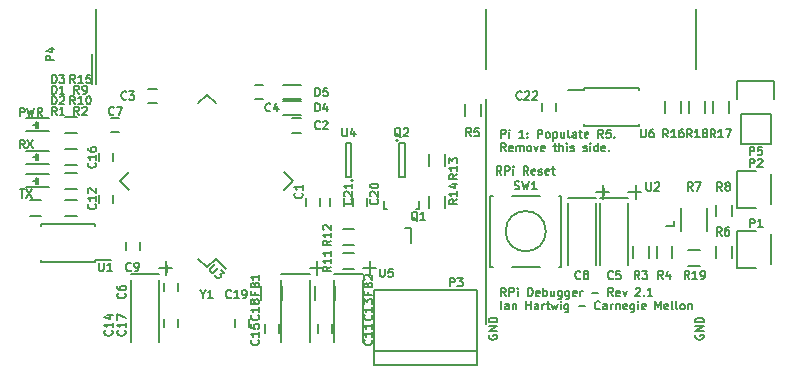
<source format=gto>
G04 #@! TF.FileFunction,Legend,Top*
%FSLAX46Y46*%
G04 Gerber Fmt 4.6, Leading zero omitted, Abs format (unit mm)*
G04 Created by KiCad (PCBNEW 4.0.0-stable) date Saturday, April 30, 2016 'AMt' 05:13:45 AM*
%MOMM*%
G01*
G04 APERTURE LIST*
%ADD10C,0.100000*%
%ADD11C,0.150000*%
G04 APERTURE END LIST*
D10*
D11*
X57900000Y1466667D02*
X57866667Y1400001D01*
X57866667Y1300001D01*
X57900000Y1200001D01*
X57966667Y1133334D01*
X58033333Y1100001D01*
X58166667Y1066667D01*
X58266667Y1066667D01*
X58400000Y1100001D01*
X58466667Y1133334D01*
X58533333Y1200001D01*
X58566667Y1300001D01*
X58566667Y1366667D01*
X58533333Y1466667D01*
X58500000Y1500001D01*
X58266667Y1500001D01*
X58266667Y1366667D01*
X58566667Y1800001D02*
X57866667Y1800001D01*
X58566667Y2200001D01*
X57866667Y2200001D01*
X58566667Y2533334D02*
X57866667Y2533334D01*
X57866667Y2700000D01*
X57900000Y2800000D01*
X57966667Y2866667D01*
X58033333Y2900000D01*
X58166667Y2933334D01*
X58266667Y2933334D01*
X58400000Y2900000D01*
X58466667Y2866667D01*
X58533333Y2800000D01*
X58566667Y2700000D01*
X58566667Y2533334D01*
X40400000Y1466667D02*
X40366667Y1400001D01*
X40366667Y1300001D01*
X40400000Y1200001D01*
X40466667Y1133334D01*
X40533333Y1100001D01*
X40666667Y1066667D01*
X40766667Y1066667D01*
X40900000Y1100001D01*
X40966667Y1133334D01*
X41033333Y1200001D01*
X41066667Y1300001D01*
X41066667Y1366667D01*
X41033333Y1466667D01*
X41000000Y1500001D01*
X40766667Y1500001D01*
X40766667Y1366667D01*
X41066667Y1800001D02*
X40366667Y1800001D01*
X41066667Y2200001D01*
X40366667Y2200001D01*
X41066667Y2533334D02*
X40366667Y2533334D01*
X40366667Y2700000D01*
X40400000Y2800000D01*
X40466667Y2866667D01*
X40533333Y2900000D01*
X40666667Y2933334D01*
X40766667Y2933334D01*
X40900000Y2900000D01*
X40966667Y2866667D01*
X41033333Y2800000D01*
X41066667Y2700000D01*
X41066667Y2533334D01*
X41450001Y15033333D02*
X41216667Y15366667D01*
X41050001Y15033333D02*
X41050001Y15733333D01*
X41316667Y15733333D01*
X41383334Y15700000D01*
X41416667Y15666667D01*
X41450001Y15600000D01*
X41450001Y15500000D01*
X41416667Y15433333D01*
X41383334Y15400000D01*
X41316667Y15366667D01*
X41050001Y15366667D01*
X41750001Y15033333D02*
X41750001Y15733333D01*
X42016667Y15733333D01*
X42083334Y15700000D01*
X42116667Y15666667D01*
X42150001Y15600000D01*
X42150001Y15500000D01*
X42116667Y15433333D01*
X42083334Y15400000D01*
X42016667Y15366667D01*
X41750001Y15366667D01*
X42450001Y15033333D02*
X42450001Y15500000D01*
X42450001Y15733333D02*
X42416667Y15700000D01*
X42450001Y15666667D01*
X42483334Y15700000D01*
X42450001Y15733333D01*
X42450001Y15666667D01*
X43716667Y15033333D02*
X43483333Y15366667D01*
X43316667Y15033333D02*
X43316667Y15733333D01*
X43583333Y15733333D01*
X43650000Y15700000D01*
X43683333Y15666667D01*
X43716667Y15600000D01*
X43716667Y15500000D01*
X43683333Y15433333D01*
X43650000Y15400000D01*
X43583333Y15366667D01*
X43316667Y15366667D01*
X44283333Y15066667D02*
X44216667Y15033333D01*
X44083333Y15033333D01*
X44016667Y15066667D01*
X43983333Y15133333D01*
X43983333Y15400000D01*
X44016667Y15466667D01*
X44083333Y15500000D01*
X44216667Y15500000D01*
X44283333Y15466667D01*
X44316667Y15400000D01*
X44316667Y15333333D01*
X43983333Y15266667D01*
X44583333Y15066667D02*
X44650000Y15033333D01*
X44783333Y15033333D01*
X44850000Y15066667D01*
X44883333Y15133333D01*
X44883333Y15166667D01*
X44850000Y15233333D01*
X44783333Y15266667D01*
X44683333Y15266667D01*
X44616667Y15300000D01*
X44583333Y15366667D01*
X44583333Y15400000D01*
X44616667Y15466667D01*
X44683333Y15500000D01*
X44783333Y15500000D01*
X44850000Y15466667D01*
X45450000Y15066667D02*
X45383334Y15033333D01*
X45250000Y15033333D01*
X45183334Y15066667D01*
X45150000Y15133333D01*
X45150000Y15400000D01*
X45183334Y15466667D01*
X45250000Y15500000D01*
X45383334Y15500000D01*
X45450000Y15466667D01*
X45483334Y15400000D01*
X45483334Y15333333D01*
X45150000Y15266667D01*
X45683334Y15500000D02*
X45950000Y15500000D01*
X45783334Y15733333D02*
X45783334Y15133333D01*
X45816667Y15066667D01*
X45883334Y15033333D01*
X45950000Y15033333D01*
X41816667Y4748333D02*
X41583333Y5081667D01*
X41416667Y4748333D02*
X41416667Y5448333D01*
X41683333Y5448333D01*
X41750000Y5415000D01*
X41783333Y5381667D01*
X41816667Y5315000D01*
X41816667Y5215000D01*
X41783333Y5148333D01*
X41750000Y5115000D01*
X41683333Y5081667D01*
X41416667Y5081667D01*
X42116667Y4748333D02*
X42116667Y5448333D01*
X42383333Y5448333D01*
X42450000Y5415000D01*
X42483333Y5381667D01*
X42516667Y5315000D01*
X42516667Y5215000D01*
X42483333Y5148333D01*
X42450000Y5115000D01*
X42383333Y5081667D01*
X42116667Y5081667D01*
X42816667Y4748333D02*
X42816667Y5215000D01*
X42816667Y5448333D02*
X42783333Y5415000D01*
X42816667Y5381667D01*
X42850000Y5415000D01*
X42816667Y5448333D01*
X42816667Y5381667D01*
X43683333Y4748333D02*
X43683333Y5448333D01*
X43849999Y5448333D01*
X43949999Y5415000D01*
X44016666Y5348333D01*
X44049999Y5281667D01*
X44083333Y5148333D01*
X44083333Y5048333D01*
X44049999Y4915000D01*
X44016666Y4848333D01*
X43949999Y4781667D01*
X43849999Y4748333D01*
X43683333Y4748333D01*
X44649999Y4781667D02*
X44583333Y4748333D01*
X44449999Y4748333D01*
X44383333Y4781667D01*
X44349999Y4848333D01*
X44349999Y5115000D01*
X44383333Y5181667D01*
X44449999Y5215000D01*
X44583333Y5215000D01*
X44649999Y5181667D01*
X44683333Y5115000D01*
X44683333Y5048333D01*
X44349999Y4981667D01*
X44983333Y4748333D02*
X44983333Y5448333D01*
X44983333Y5181667D02*
X45049999Y5215000D01*
X45183333Y5215000D01*
X45249999Y5181667D01*
X45283333Y5148333D01*
X45316666Y5081667D01*
X45316666Y4881667D01*
X45283333Y4815000D01*
X45249999Y4781667D01*
X45183333Y4748333D01*
X45049999Y4748333D01*
X44983333Y4781667D01*
X45916666Y5215000D02*
X45916666Y4748333D01*
X45616666Y5215000D02*
X45616666Y4848333D01*
X45649999Y4781667D01*
X45716666Y4748333D01*
X45816666Y4748333D01*
X45883332Y4781667D01*
X45916666Y4815000D01*
X46549999Y5215000D02*
X46549999Y4648333D01*
X46516665Y4581667D01*
X46483332Y4548333D01*
X46416665Y4515000D01*
X46316665Y4515000D01*
X46249999Y4548333D01*
X46549999Y4781667D02*
X46483332Y4748333D01*
X46349999Y4748333D01*
X46283332Y4781667D01*
X46249999Y4815000D01*
X46216665Y4881667D01*
X46216665Y5081667D01*
X46249999Y5148333D01*
X46283332Y5181667D01*
X46349999Y5215000D01*
X46483332Y5215000D01*
X46549999Y5181667D01*
X47183332Y5215000D02*
X47183332Y4648333D01*
X47149998Y4581667D01*
X47116665Y4548333D01*
X47049998Y4515000D01*
X46949998Y4515000D01*
X46883332Y4548333D01*
X47183332Y4781667D02*
X47116665Y4748333D01*
X46983332Y4748333D01*
X46916665Y4781667D01*
X46883332Y4815000D01*
X46849998Y4881667D01*
X46849998Y5081667D01*
X46883332Y5148333D01*
X46916665Y5181667D01*
X46983332Y5215000D01*
X47116665Y5215000D01*
X47183332Y5181667D01*
X47783331Y4781667D02*
X47716665Y4748333D01*
X47583331Y4748333D01*
X47516665Y4781667D01*
X47483331Y4848333D01*
X47483331Y5115000D01*
X47516665Y5181667D01*
X47583331Y5215000D01*
X47716665Y5215000D01*
X47783331Y5181667D01*
X47816665Y5115000D01*
X47816665Y5048333D01*
X47483331Y4981667D01*
X48116665Y4748333D02*
X48116665Y5215000D01*
X48116665Y5081667D02*
X48149998Y5148333D01*
X48183331Y5181667D01*
X48249998Y5215000D01*
X48316665Y5215000D01*
X49083331Y5015000D02*
X49616664Y5015000D01*
X50883331Y4748333D02*
X50649997Y5081667D01*
X50483331Y4748333D02*
X50483331Y5448333D01*
X50749997Y5448333D01*
X50816664Y5415000D01*
X50849997Y5381667D01*
X50883331Y5315000D01*
X50883331Y5215000D01*
X50849997Y5148333D01*
X50816664Y5115000D01*
X50749997Y5081667D01*
X50483331Y5081667D01*
X51449997Y4781667D02*
X51383331Y4748333D01*
X51249997Y4748333D01*
X51183331Y4781667D01*
X51149997Y4848333D01*
X51149997Y5115000D01*
X51183331Y5181667D01*
X51249997Y5215000D01*
X51383331Y5215000D01*
X51449997Y5181667D01*
X51483331Y5115000D01*
X51483331Y5048333D01*
X51149997Y4981667D01*
X51716664Y5215000D02*
X51883331Y4748333D01*
X52049997Y5215000D01*
X52816663Y5381667D02*
X52849997Y5415000D01*
X52916663Y5448333D01*
X53083330Y5448333D01*
X53149997Y5415000D01*
X53183330Y5381667D01*
X53216663Y5315000D01*
X53216663Y5248333D01*
X53183330Y5148333D01*
X52783330Y4748333D01*
X53216663Y4748333D01*
X53516664Y4815000D02*
X53549997Y4781667D01*
X53516664Y4748333D01*
X53483330Y4781667D01*
X53516664Y4815000D01*
X53516664Y4748333D01*
X54216663Y4748333D02*
X53816663Y4748333D01*
X54016663Y4748333D02*
X54016663Y5448333D01*
X53949997Y5348333D01*
X53883330Y5281667D01*
X53816663Y5248333D01*
X41416667Y3618333D02*
X41416667Y4318333D01*
X42050000Y3618333D02*
X42050000Y3985000D01*
X42016666Y4051667D01*
X41950000Y4085000D01*
X41816666Y4085000D01*
X41750000Y4051667D01*
X42050000Y3651667D02*
X41983333Y3618333D01*
X41816666Y3618333D01*
X41750000Y3651667D01*
X41716666Y3718333D01*
X41716666Y3785000D01*
X41750000Y3851667D01*
X41816666Y3885000D01*
X41983333Y3885000D01*
X42050000Y3918333D01*
X42383333Y4085000D02*
X42383333Y3618333D01*
X42383333Y4018333D02*
X42416666Y4051667D01*
X42483333Y4085000D01*
X42583333Y4085000D01*
X42649999Y4051667D01*
X42683333Y3985000D01*
X42683333Y3618333D01*
X43549999Y3618333D02*
X43549999Y4318333D01*
X43549999Y3985000D02*
X43949999Y3985000D01*
X43949999Y3618333D02*
X43949999Y4318333D01*
X44583332Y3618333D02*
X44583332Y3985000D01*
X44549998Y4051667D01*
X44483332Y4085000D01*
X44349998Y4085000D01*
X44283332Y4051667D01*
X44583332Y3651667D02*
X44516665Y3618333D01*
X44349998Y3618333D01*
X44283332Y3651667D01*
X44249998Y3718333D01*
X44249998Y3785000D01*
X44283332Y3851667D01*
X44349998Y3885000D01*
X44516665Y3885000D01*
X44583332Y3918333D01*
X44916665Y3618333D02*
X44916665Y4085000D01*
X44916665Y3951667D02*
X44949998Y4018333D01*
X44983331Y4051667D01*
X45049998Y4085000D01*
X45116665Y4085000D01*
X45249998Y4085000D02*
X45516664Y4085000D01*
X45349998Y4318333D02*
X45349998Y3718333D01*
X45383331Y3651667D01*
X45449998Y3618333D01*
X45516664Y3618333D01*
X45683331Y4085000D02*
X45816664Y3618333D01*
X45949998Y3951667D01*
X46083331Y3618333D01*
X46216664Y4085000D01*
X46483331Y3618333D02*
X46483331Y4085000D01*
X46483331Y4318333D02*
X46449997Y4285000D01*
X46483331Y4251667D01*
X46516664Y4285000D01*
X46483331Y4318333D01*
X46483331Y4251667D01*
X47116664Y4085000D02*
X47116664Y3518333D01*
X47083330Y3451667D01*
X47049997Y3418333D01*
X46983330Y3385000D01*
X46883330Y3385000D01*
X46816664Y3418333D01*
X47116664Y3651667D02*
X47049997Y3618333D01*
X46916664Y3618333D01*
X46849997Y3651667D01*
X46816664Y3685000D01*
X46783330Y3751667D01*
X46783330Y3951667D01*
X46816664Y4018333D01*
X46849997Y4051667D01*
X46916664Y4085000D01*
X47049997Y4085000D01*
X47116664Y4051667D01*
X47983330Y3885000D02*
X48516663Y3885000D01*
X49783330Y3685000D02*
X49749996Y3651667D01*
X49649996Y3618333D01*
X49583330Y3618333D01*
X49483330Y3651667D01*
X49416663Y3718333D01*
X49383330Y3785000D01*
X49349996Y3918333D01*
X49349996Y4018333D01*
X49383330Y4151667D01*
X49416663Y4218333D01*
X49483330Y4285000D01*
X49583330Y4318333D01*
X49649996Y4318333D01*
X49749996Y4285000D01*
X49783330Y4251667D01*
X50383330Y3618333D02*
X50383330Y3985000D01*
X50349996Y4051667D01*
X50283330Y4085000D01*
X50149996Y4085000D01*
X50083330Y4051667D01*
X50383330Y3651667D02*
X50316663Y3618333D01*
X50149996Y3618333D01*
X50083330Y3651667D01*
X50049996Y3718333D01*
X50049996Y3785000D01*
X50083330Y3851667D01*
X50149996Y3885000D01*
X50316663Y3885000D01*
X50383330Y3918333D01*
X50716663Y3618333D02*
X50716663Y4085000D01*
X50716663Y3951667D02*
X50749996Y4018333D01*
X50783329Y4051667D01*
X50849996Y4085000D01*
X50916663Y4085000D01*
X51149996Y4085000D02*
X51149996Y3618333D01*
X51149996Y4018333D02*
X51183329Y4051667D01*
X51249996Y4085000D01*
X51349996Y4085000D01*
X51416662Y4051667D01*
X51449996Y3985000D01*
X51449996Y3618333D01*
X52049995Y3651667D02*
X51983329Y3618333D01*
X51849995Y3618333D01*
X51783329Y3651667D01*
X51749995Y3718333D01*
X51749995Y3985000D01*
X51783329Y4051667D01*
X51849995Y4085000D01*
X51983329Y4085000D01*
X52049995Y4051667D01*
X52083329Y3985000D01*
X52083329Y3918333D01*
X51749995Y3851667D01*
X52683329Y4085000D02*
X52683329Y3518333D01*
X52649995Y3451667D01*
X52616662Y3418333D01*
X52549995Y3385000D01*
X52449995Y3385000D01*
X52383329Y3418333D01*
X52683329Y3651667D02*
X52616662Y3618333D01*
X52483329Y3618333D01*
X52416662Y3651667D01*
X52383329Y3685000D01*
X52349995Y3751667D01*
X52349995Y3951667D01*
X52383329Y4018333D01*
X52416662Y4051667D01*
X52483329Y4085000D01*
X52616662Y4085000D01*
X52683329Y4051667D01*
X53016662Y3618333D02*
X53016662Y4085000D01*
X53016662Y4318333D02*
X52983328Y4285000D01*
X53016662Y4251667D01*
X53049995Y4285000D01*
X53016662Y4318333D01*
X53016662Y4251667D01*
X53616661Y3651667D02*
X53549995Y3618333D01*
X53416661Y3618333D01*
X53349995Y3651667D01*
X53316661Y3718333D01*
X53316661Y3985000D01*
X53349995Y4051667D01*
X53416661Y4085000D01*
X53549995Y4085000D01*
X53616661Y4051667D01*
X53649995Y3985000D01*
X53649995Y3918333D01*
X53316661Y3851667D01*
X54483328Y3618333D02*
X54483328Y4318333D01*
X54716661Y3818333D01*
X54949994Y4318333D01*
X54949994Y3618333D01*
X55549994Y3651667D02*
X55483328Y3618333D01*
X55349994Y3618333D01*
X55283328Y3651667D01*
X55249994Y3718333D01*
X55249994Y3985000D01*
X55283328Y4051667D01*
X55349994Y4085000D01*
X55483328Y4085000D01*
X55549994Y4051667D01*
X55583328Y3985000D01*
X55583328Y3918333D01*
X55249994Y3851667D01*
X55983328Y3618333D02*
X55916661Y3651667D01*
X55883328Y3718333D01*
X55883328Y4318333D01*
X56349995Y3618333D02*
X56283328Y3651667D01*
X56249995Y3718333D01*
X56249995Y4318333D01*
X56716662Y3618333D02*
X56649995Y3651667D01*
X56616662Y3685000D01*
X56583328Y3751667D01*
X56583328Y3951667D01*
X56616662Y4018333D01*
X56649995Y4051667D01*
X56716662Y4085000D01*
X56816662Y4085000D01*
X56883328Y4051667D01*
X56916662Y4018333D01*
X56949995Y3951667D01*
X56949995Y3751667D01*
X56916662Y3685000D01*
X56883328Y3651667D01*
X56816662Y3618333D01*
X56716662Y3618333D01*
X57249995Y4085000D02*
X57249995Y3618333D01*
X57249995Y4018333D02*
X57283328Y4051667D01*
X57349995Y4085000D01*
X57449995Y4085000D01*
X57516661Y4051667D01*
X57549995Y3985000D01*
X57549995Y3618333D01*
X666667Y13783333D02*
X1066667Y13783333D01*
X866667Y13083333D02*
X866667Y13783333D01*
X1233333Y13783333D02*
X1700000Y13083333D01*
X1700000Y13783333D02*
X1233333Y13083333D01*
X1066667Y17283333D02*
X833333Y17616667D01*
X666667Y17283333D02*
X666667Y17983333D01*
X933333Y17983333D01*
X1000000Y17950000D01*
X1033333Y17916667D01*
X1066667Y17850000D01*
X1066667Y17750000D01*
X1033333Y17683333D01*
X1000000Y17650000D01*
X933333Y17616667D01*
X666667Y17616667D01*
X1300000Y17983333D02*
X1766667Y17283333D01*
X1766667Y17983333D02*
X1300000Y17283333D01*
X666667Y19983333D02*
X666667Y20683333D01*
X933333Y20683333D01*
X1000000Y20650000D01*
X1033333Y20616667D01*
X1066667Y20550000D01*
X1066667Y20450000D01*
X1033333Y20383333D01*
X1000000Y20350000D01*
X933333Y20316667D01*
X666667Y20316667D01*
X1300000Y20683333D02*
X1466667Y19983333D01*
X1600000Y20483333D01*
X1733333Y19983333D01*
X1900000Y20683333D01*
X2566667Y19983333D02*
X2333333Y20316667D01*
X2166667Y19983333D02*
X2166667Y20683333D01*
X2433333Y20683333D01*
X2500000Y20650000D01*
X2533333Y20616667D01*
X2566667Y20550000D01*
X2566667Y20450000D01*
X2533333Y20383333D01*
X2500000Y20350000D01*
X2433333Y20316667D01*
X2166667Y20316667D01*
X41416667Y18148333D02*
X41416667Y18848333D01*
X41683333Y18848333D01*
X41750000Y18815000D01*
X41783333Y18781667D01*
X41816667Y18715000D01*
X41816667Y18615000D01*
X41783333Y18548333D01*
X41750000Y18515000D01*
X41683333Y18481667D01*
X41416667Y18481667D01*
X42116667Y18148333D02*
X42116667Y18615000D01*
X42116667Y18848333D02*
X42083333Y18815000D01*
X42116667Y18781667D01*
X42150000Y18815000D01*
X42116667Y18848333D01*
X42116667Y18781667D01*
X43349999Y18148333D02*
X42949999Y18148333D01*
X43149999Y18148333D02*
X43149999Y18848333D01*
X43083333Y18748333D01*
X43016666Y18681667D01*
X42949999Y18648333D01*
X43650000Y18215000D02*
X43683333Y18181667D01*
X43650000Y18148333D01*
X43616666Y18181667D01*
X43650000Y18215000D01*
X43650000Y18148333D01*
X43650000Y18581667D02*
X43683333Y18548333D01*
X43650000Y18515000D01*
X43616666Y18548333D01*
X43650000Y18581667D01*
X43650000Y18515000D01*
X44516666Y18148333D02*
X44516666Y18848333D01*
X44783332Y18848333D01*
X44849999Y18815000D01*
X44883332Y18781667D01*
X44916666Y18715000D01*
X44916666Y18615000D01*
X44883332Y18548333D01*
X44849999Y18515000D01*
X44783332Y18481667D01*
X44516666Y18481667D01*
X45316666Y18148333D02*
X45249999Y18181667D01*
X45216666Y18215000D01*
X45183332Y18281667D01*
X45183332Y18481667D01*
X45216666Y18548333D01*
X45249999Y18581667D01*
X45316666Y18615000D01*
X45416666Y18615000D01*
X45483332Y18581667D01*
X45516666Y18548333D01*
X45549999Y18481667D01*
X45549999Y18281667D01*
X45516666Y18215000D01*
X45483332Y18181667D01*
X45416666Y18148333D01*
X45316666Y18148333D01*
X45849999Y18615000D02*
X45849999Y17915000D01*
X45849999Y18581667D02*
X45916665Y18615000D01*
X46049999Y18615000D01*
X46116665Y18581667D01*
X46149999Y18548333D01*
X46183332Y18481667D01*
X46183332Y18281667D01*
X46149999Y18215000D01*
X46116665Y18181667D01*
X46049999Y18148333D01*
X45916665Y18148333D01*
X45849999Y18181667D01*
X46783332Y18615000D02*
X46783332Y18148333D01*
X46483332Y18615000D02*
X46483332Y18248333D01*
X46516665Y18181667D01*
X46583332Y18148333D01*
X46683332Y18148333D01*
X46749998Y18181667D01*
X46783332Y18215000D01*
X47216665Y18148333D02*
X47149998Y18181667D01*
X47116665Y18248333D01*
X47116665Y18848333D01*
X47783332Y18148333D02*
X47783332Y18515000D01*
X47749998Y18581667D01*
X47683332Y18615000D01*
X47549998Y18615000D01*
X47483332Y18581667D01*
X47783332Y18181667D02*
X47716665Y18148333D01*
X47549998Y18148333D01*
X47483332Y18181667D01*
X47449998Y18248333D01*
X47449998Y18315000D01*
X47483332Y18381667D01*
X47549998Y18415000D01*
X47716665Y18415000D01*
X47783332Y18448333D01*
X48016665Y18615000D02*
X48283331Y18615000D01*
X48116665Y18848333D02*
X48116665Y18248333D01*
X48149998Y18181667D01*
X48216665Y18148333D01*
X48283331Y18148333D01*
X48783331Y18181667D02*
X48716665Y18148333D01*
X48583331Y18148333D01*
X48516665Y18181667D01*
X48483331Y18248333D01*
X48483331Y18515000D01*
X48516665Y18581667D01*
X48583331Y18615000D01*
X48716665Y18615000D01*
X48783331Y18581667D01*
X48816665Y18515000D01*
X48816665Y18448333D01*
X48483331Y18381667D01*
X50049998Y18148333D02*
X49816664Y18481667D01*
X49649998Y18148333D02*
X49649998Y18848333D01*
X49916664Y18848333D01*
X49983331Y18815000D01*
X50016664Y18781667D01*
X50049998Y18715000D01*
X50049998Y18615000D01*
X50016664Y18548333D01*
X49983331Y18515000D01*
X49916664Y18481667D01*
X49649998Y18481667D01*
X50683331Y18848333D02*
X50349998Y18848333D01*
X50316664Y18515000D01*
X50349998Y18548333D01*
X50416664Y18581667D01*
X50583331Y18581667D01*
X50649998Y18548333D01*
X50683331Y18515000D01*
X50716664Y18448333D01*
X50716664Y18281667D01*
X50683331Y18215000D01*
X50649998Y18181667D01*
X50583331Y18148333D01*
X50416664Y18148333D01*
X50349998Y18181667D01*
X50316664Y18215000D01*
X51016665Y18215000D02*
X51049998Y18181667D01*
X51016665Y18148333D01*
X50983331Y18181667D01*
X51016665Y18215000D01*
X51016665Y18148333D01*
X41816667Y17018333D02*
X41583333Y17351667D01*
X41416667Y17018333D02*
X41416667Y17718333D01*
X41683333Y17718333D01*
X41750000Y17685000D01*
X41783333Y17651667D01*
X41816667Y17585000D01*
X41816667Y17485000D01*
X41783333Y17418333D01*
X41750000Y17385000D01*
X41683333Y17351667D01*
X41416667Y17351667D01*
X42383333Y17051667D02*
X42316667Y17018333D01*
X42183333Y17018333D01*
X42116667Y17051667D01*
X42083333Y17118333D01*
X42083333Y17385000D01*
X42116667Y17451667D01*
X42183333Y17485000D01*
X42316667Y17485000D01*
X42383333Y17451667D01*
X42416667Y17385000D01*
X42416667Y17318333D01*
X42083333Y17251667D01*
X42716667Y17018333D02*
X42716667Y17485000D01*
X42716667Y17418333D02*
X42750000Y17451667D01*
X42816667Y17485000D01*
X42916667Y17485000D01*
X42983333Y17451667D01*
X43016667Y17385000D01*
X43016667Y17018333D01*
X43016667Y17385000D02*
X43050000Y17451667D01*
X43116667Y17485000D01*
X43216667Y17485000D01*
X43283333Y17451667D01*
X43316667Y17385000D01*
X43316667Y17018333D01*
X43750000Y17018333D02*
X43683333Y17051667D01*
X43650000Y17085000D01*
X43616666Y17151667D01*
X43616666Y17351667D01*
X43650000Y17418333D01*
X43683333Y17451667D01*
X43750000Y17485000D01*
X43850000Y17485000D01*
X43916666Y17451667D01*
X43950000Y17418333D01*
X43983333Y17351667D01*
X43983333Y17151667D01*
X43950000Y17085000D01*
X43916666Y17051667D01*
X43850000Y17018333D01*
X43750000Y17018333D01*
X44216666Y17485000D02*
X44383333Y17018333D01*
X44549999Y17485000D01*
X45083332Y17051667D02*
X45016666Y17018333D01*
X44883332Y17018333D01*
X44816666Y17051667D01*
X44783332Y17118333D01*
X44783332Y17385000D01*
X44816666Y17451667D01*
X44883332Y17485000D01*
X45016666Y17485000D01*
X45083332Y17451667D01*
X45116666Y17385000D01*
X45116666Y17318333D01*
X44783332Y17251667D01*
X45849999Y17485000D02*
X46116665Y17485000D01*
X45949999Y17718333D02*
X45949999Y17118333D01*
X45983332Y17051667D01*
X46049999Y17018333D01*
X46116665Y17018333D01*
X46349999Y17018333D02*
X46349999Y17718333D01*
X46649999Y17018333D02*
X46649999Y17385000D01*
X46616665Y17451667D01*
X46549999Y17485000D01*
X46449999Y17485000D01*
X46383332Y17451667D01*
X46349999Y17418333D01*
X46983332Y17018333D02*
X46983332Y17485000D01*
X46983332Y17718333D02*
X46949998Y17685000D01*
X46983332Y17651667D01*
X47016665Y17685000D01*
X46983332Y17718333D01*
X46983332Y17651667D01*
X47283331Y17051667D02*
X47349998Y17018333D01*
X47483331Y17018333D01*
X47549998Y17051667D01*
X47583331Y17118333D01*
X47583331Y17151667D01*
X47549998Y17218333D01*
X47483331Y17251667D01*
X47383331Y17251667D01*
X47316665Y17285000D01*
X47283331Y17351667D01*
X47283331Y17385000D01*
X47316665Y17451667D01*
X47383331Y17485000D01*
X47483331Y17485000D01*
X47549998Y17451667D01*
X48383331Y17051667D02*
X48449998Y17018333D01*
X48583331Y17018333D01*
X48649998Y17051667D01*
X48683331Y17118333D01*
X48683331Y17151667D01*
X48649998Y17218333D01*
X48583331Y17251667D01*
X48483331Y17251667D01*
X48416665Y17285000D01*
X48383331Y17351667D01*
X48383331Y17385000D01*
X48416665Y17451667D01*
X48483331Y17485000D01*
X48583331Y17485000D01*
X48649998Y17451667D01*
X48983332Y17018333D02*
X48983332Y17485000D01*
X48983332Y17718333D02*
X48949998Y17685000D01*
X48983332Y17651667D01*
X49016665Y17685000D01*
X48983332Y17718333D01*
X48983332Y17651667D01*
X49616665Y17018333D02*
X49616665Y17718333D01*
X49616665Y17051667D02*
X49549998Y17018333D01*
X49416665Y17018333D01*
X49349998Y17051667D01*
X49316665Y17085000D01*
X49283331Y17151667D01*
X49283331Y17351667D01*
X49316665Y17418333D01*
X49349998Y17451667D01*
X49416665Y17485000D01*
X49549998Y17485000D01*
X49616665Y17451667D01*
X50216664Y17051667D02*
X50149998Y17018333D01*
X50016664Y17018333D01*
X49949998Y17051667D01*
X49916664Y17118333D01*
X49916664Y17385000D01*
X49949998Y17451667D01*
X50016664Y17485000D01*
X50149998Y17485000D01*
X50216664Y17451667D01*
X50249998Y17385000D01*
X50249998Y17318333D01*
X49916664Y17251667D01*
X50549998Y17085000D02*
X50583331Y17051667D01*
X50549998Y17018333D01*
X50516664Y17051667D01*
X50549998Y17085000D01*
X50549998Y17018333D01*
X40120000Y21420000D02*
X40120000Y2370000D01*
X16500000Y7181445D02*
X17242462Y7923907D01*
X9181445Y14500000D02*
X9923907Y15242462D01*
X16500000Y21818555D02*
X15757538Y21076093D01*
X23818555Y14500000D02*
X23076093Y13757538D01*
X16500000Y7181445D02*
X15757538Y7923907D01*
X23818555Y14500000D02*
X23076093Y15242462D01*
X16500000Y21818555D02*
X17242462Y21076093D01*
X9181445Y14500000D02*
X9923907Y13757538D01*
X17242462Y7923907D02*
X18144023Y7022346D01*
X30649100Y-1094611D02*
X39349100Y-1094611D01*
X30649100Y5310389D02*
X39349100Y5310389D01*
X39349100Y5310389D02*
X39349100Y-1094611D01*
X39349100Y135389D02*
X30649100Y135389D01*
X30649100Y-1094611D02*
X30649100Y5310389D01*
X33750000Y9250000D02*
X33750000Y10500000D01*
X33750000Y10500000D02*
X33250000Y10500000D01*
X7075000Y7625000D02*
X7075000Y7825000D01*
X2425000Y7625000D02*
X2425000Y7825000D01*
X2425000Y10875000D02*
X2425000Y10675000D01*
X7075000Y10875000D02*
X7075000Y10675000D01*
X7075000Y7625000D02*
X2425000Y7625000D01*
X7075000Y10875000D02*
X2425000Y10875000D01*
X7075000Y7825000D02*
X8425000Y7825000D01*
X57900000Y29040000D02*
X57900000Y23960000D01*
X6820000Y25230000D02*
X6820000Y22690000D01*
X7100000Y29040000D02*
X7100000Y22690000D01*
X40120000Y29040000D02*
X40120000Y23960000D01*
X25625000Y4400000D02*
X25625000Y5600000D01*
X27375000Y5600000D02*
X27375000Y4400000D01*
X21125000Y4400000D02*
X21125000Y5600000D01*
X22875000Y5600000D02*
X22875000Y4400000D01*
X40500000Y13250000D02*
X40700000Y13250000D01*
X46500000Y13250000D02*
X46300000Y13250000D01*
X46500000Y7250000D02*
X46300000Y7250000D01*
X40500000Y7250000D02*
X40700000Y7250000D01*
X42300000Y7250000D02*
X44700000Y7250000D01*
X42300000Y13250000D02*
X44700000Y13250000D01*
X40500000Y13250000D02*
X40500000Y7250000D01*
X46500000Y7250000D02*
X46500000Y13250000D01*
X45200000Y10250000D02*
G75*
G03X45200000Y10250000I-1700000J0D01*
G01*
X57250000Y8675000D02*
X58250000Y8675000D01*
X58250000Y7325000D02*
X57250000Y7325000D01*
X24500000Y22600000D02*
X22950000Y22600000D01*
X24500000Y21400000D02*
X22950000Y21400000D01*
X24500000Y21300000D02*
X22950000Y21300000D01*
X24500000Y20100000D02*
X22950000Y20100000D01*
X46100000Y21100000D02*
X46100000Y20400000D01*
X44900000Y20400000D02*
X44900000Y21100000D01*
X57325000Y20250000D02*
X57325000Y21250000D01*
X58675000Y21250000D02*
X58675000Y20250000D01*
X59325000Y20250000D02*
X59325000Y21250000D01*
X60675000Y21250000D02*
X60675000Y20250000D01*
X55325000Y20250000D02*
X55325000Y21250000D01*
X56675000Y21250000D02*
X56675000Y20250000D01*
X64250000Y20150000D02*
X64250000Y17610000D01*
X64530000Y22970000D02*
X64530000Y21420000D01*
X64250000Y20150000D02*
X61710000Y20150000D01*
X61430000Y21420000D02*
X61430000Y22970000D01*
X61430000Y22970000D02*
X64530000Y22970000D01*
X61710000Y20150000D02*
X61710000Y17610000D01*
X61710000Y17610000D02*
X64250000Y17610000D01*
X28900000Y14550000D02*
G75*
G03X28900000Y14550000I-100000J0D01*
G01*
X28250000Y14800000D02*
X28750000Y14800000D01*
X28250000Y17700000D02*
X28250000Y14800000D01*
X28750000Y17700000D02*
X28250000Y17700000D01*
X28750000Y14800000D02*
X28750000Y17700000D01*
X28100000Y13100000D02*
X28100000Y12400000D01*
X26900000Y12400000D02*
X26900000Y13100000D01*
X30100000Y13100000D02*
X30100000Y12400000D01*
X28900000Y12400000D02*
X28900000Y13100000D01*
X5500000Y18575000D02*
X4500000Y18575000D01*
X4500000Y19925000D02*
X5500000Y19925000D01*
X3100000Y19800000D02*
X1200000Y19800000D01*
X3100000Y18700000D02*
X1200000Y18700000D01*
X2200000Y19250000D02*
X1750000Y19250000D01*
X2250000Y19000000D02*
X2250000Y19500000D01*
X2250000Y19250000D02*
X2000000Y19000000D01*
X2000000Y19000000D02*
X2000000Y19500000D01*
X2000000Y19500000D02*
X2250000Y19250000D01*
X35325000Y12250000D02*
X35325000Y13250000D01*
X36675000Y13250000D02*
X36675000Y12250000D01*
X36675000Y16750000D02*
X36675000Y15750000D01*
X35325000Y15750000D02*
X35325000Y16750000D01*
X32700000Y17950000D02*
G75*
G03X32700000Y17950000I-100000J0D01*
G01*
X33250000Y17700000D02*
X32750000Y17700000D01*
X33250000Y14800000D02*
X33250000Y17700000D01*
X32750000Y14800000D02*
X33250000Y14800000D01*
X32750000Y17700000D02*
X32750000Y14800000D01*
X31700840Y12099760D02*
X31749100Y12099760D01*
X34499820Y12800800D02*
X34499820Y12099760D01*
X34499820Y12099760D02*
X34250900Y12099760D01*
X31700840Y12099760D02*
X31500180Y12099760D01*
X31500180Y12099760D02*
X31500180Y12800800D01*
X55410780Y10669040D02*
X56020380Y10669040D01*
X56020380Y10669040D02*
X56030540Y11100840D01*
X29000000Y7075000D02*
X28000000Y7075000D01*
X28000000Y8425000D02*
X29000000Y8425000D01*
X5500000Y13825000D02*
X4500000Y13825000D01*
X4500000Y15175000D02*
X5500000Y15175000D01*
X5500000Y15825000D02*
X4500000Y15825000D01*
X4500000Y17175000D02*
X5500000Y17175000D01*
X59575000Y11500000D02*
X59575000Y12500000D01*
X60925000Y12500000D02*
X60925000Y11500000D01*
X56675000Y10250000D02*
X56675000Y12250000D01*
X58825000Y12250000D02*
X58825000Y10250000D01*
X59575000Y8000000D02*
X59575000Y9000000D01*
X60925000Y9000000D02*
X60925000Y8000000D01*
X38325000Y20000000D02*
X38325000Y21000000D01*
X39675000Y21000000D02*
X39675000Y20000000D01*
X54575000Y8000000D02*
X54575000Y9000000D01*
X55925000Y9000000D02*
X55925000Y8000000D01*
X53925000Y9000000D02*
X53925000Y8000000D01*
X52575000Y8000000D02*
X52575000Y9000000D01*
X5500000Y11575000D02*
X4500000Y11575000D01*
X4500000Y12925000D02*
X5500000Y12925000D01*
X2500000Y11575000D02*
X1500000Y11575000D01*
X1500000Y12925000D02*
X2500000Y12925000D01*
X61430000Y15350000D02*
X62980000Y15350000D01*
X62980000Y12250000D02*
X61430000Y12250000D01*
X61430000Y12250000D02*
X61430000Y15350000D01*
X64250000Y12530000D02*
X64250000Y15070000D01*
X61430000Y10270000D02*
X62980000Y10270000D01*
X62980000Y7170000D02*
X61430000Y7170000D01*
X61430000Y7170000D02*
X61430000Y10270000D01*
X64250000Y7450000D02*
X64250000Y9990000D01*
X3100000Y15050000D02*
X1200000Y15050000D01*
X3100000Y13950000D02*
X1200000Y13950000D01*
X2200000Y14500000D02*
X1750000Y14500000D01*
X2250000Y14250000D02*
X2250000Y14750000D01*
X2250000Y14500000D02*
X2000000Y14250000D01*
X2000000Y14250000D02*
X2000000Y14750000D01*
X2000000Y14750000D02*
X2250000Y14500000D01*
X3100000Y17050000D02*
X1200000Y17050000D01*
X3100000Y15950000D02*
X1200000Y15950000D01*
X2200000Y16500000D02*
X1750000Y16500000D01*
X2250000Y16250000D02*
X2250000Y16750000D01*
X2250000Y16500000D02*
X2000000Y16250000D01*
X2000000Y16250000D02*
X2000000Y16750000D01*
X2000000Y16750000D02*
X2250000Y16500000D01*
X20100000Y2850000D02*
X20100000Y2150000D01*
X18900000Y2150000D02*
X18900000Y2850000D01*
X22600000Y2350000D02*
X22600000Y1650000D01*
X21400000Y1650000D02*
X21400000Y2350000D01*
X12900000Y2150000D02*
X12900000Y2850000D01*
X14100000Y2850000D02*
X14100000Y2150000D01*
X7400000Y16150000D02*
X7400000Y16850000D01*
X8600000Y16850000D02*
X8600000Y16150000D01*
X22801120Y6100960D02*
X22801120Y899040D01*
X25198880Y899040D02*
X25198880Y6100960D01*
X26298700Y7099180D02*
X25198880Y7099180D01*
X25798320Y7698620D02*
X25798320Y6499740D01*
X25198880Y6596260D02*
X22801120Y6596260D01*
X10051120Y6100960D02*
X10051120Y899040D01*
X12448880Y899040D02*
X12448880Y6100960D01*
X13548700Y7099180D02*
X12448880Y7099180D01*
X13048320Y7698620D02*
X13048320Y6499740D01*
X12448880Y6596260D02*
X10051120Y6596260D01*
X27100000Y2350000D02*
X27100000Y1650000D01*
X25900000Y1650000D02*
X25900000Y2350000D01*
X7400000Y12650000D02*
X7400000Y13350000D01*
X8600000Y13350000D02*
X8600000Y12650000D01*
X27301120Y6100960D02*
X27301120Y899040D01*
X29698880Y899040D02*
X29698880Y6100960D01*
X30798700Y7099180D02*
X29698880Y7099180D01*
X30298320Y7698620D02*
X30298320Y6499740D01*
X29698880Y6596260D02*
X27301120Y6596260D01*
X10850000Y9350000D02*
X10850000Y8650000D01*
X9650000Y8650000D02*
X9650000Y9350000D01*
X47051120Y12600960D02*
X47051120Y7399040D01*
X49448880Y7399040D02*
X49448880Y12600960D01*
X50548700Y13599180D02*
X49448880Y13599180D01*
X50048320Y14198620D02*
X50048320Y12999740D01*
X49448880Y13096260D02*
X47051120Y13096260D01*
X8400000Y19850000D02*
X9100000Y19850000D01*
X9100000Y18650000D02*
X8400000Y18650000D01*
X14100000Y5850000D02*
X14100000Y5150000D01*
X12900000Y5150000D02*
X12900000Y5850000D01*
X49801120Y12600960D02*
X49801120Y7399040D01*
X52198880Y7399040D02*
X52198880Y12600960D01*
X53298700Y13599180D02*
X52198880Y13599180D01*
X52798320Y14198620D02*
X52798320Y12999740D01*
X52198880Y13096260D02*
X49801120Y13096260D01*
X20550000Y22600000D02*
X21250000Y22600000D01*
X21250000Y21400000D02*
X20550000Y21400000D01*
X12250000Y21100000D02*
X11550000Y21100000D01*
X11550000Y22300000D02*
X12250000Y22300000D01*
X23750000Y19800000D02*
X24450000Y19800000D01*
X24450000Y18600000D02*
X23750000Y18600000D01*
X24900000Y12400000D02*
X24900000Y13100000D01*
X26100000Y13100000D02*
X26100000Y12400000D01*
X29000000Y9075000D02*
X28000000Y9075000D01*
X28000000Y10425000D02*
X29000000Y10425000D01*
X48425000Y22375000D02*
X48425000Y22175000D01*
X53075000Y22375000D02*
X53075000Y22175000D01*
X53075000Y19125000D02*
X53075000Y19325000D01*
X48425000Y19125000D02*
X48425000Y19325000D01*
X48425000Y22375000D02*
X53075000Y22375000D01*
X48425000Y19125000D02*
X53075000Y19125000D01*
X48425000Y22175000D02*
X47075000Y22175000D01*
X17193934Y7448181D02*
X16793241Y7047487D01*
X16769670Y6976777D01*
X16769670Y6929637D01*
X16793240Y6858925D01*
X16887521Y6764645D01*
X16958232Y6741075D01*
X17005372Y6741075D01*
X17076083Y6764645D01*
X17476777Y7165338D01*
X17665338Y6976777D02*
X17971751Y6670364D01*
X17618198Y6646794D01*
X17688909Y6576083D01*
X17712479Y6505372D01*
X17712479Y6458232D01*
X17688908Y6387521D01*
X17571057Y6269671D01*
X17500347Y6246100D01*
X17453207Y6246100D01*
X17382495Y6269670D01*
X17241074Y6411091D01*
X17217504Y6481803D01*
X17217504Y6528943D01*
X37083334Y5583333D02*
X37083334Y6283333D01*
X37350000Y6283333D01*
X37416667Y6250000D01*
X37450000Y6216667D01*
X37483334Y6150000D01*
X37483334Y6050000D01*
X37450000Y5983333D01*
X37416667Y5950000D01*
X37350000Y5916667D01*
X37083334Y5916667D01*
X37716667Y6283333D02*
X38150000Y6283333D01*
X37916667Y6016667D01*
X38016667Y6016667D01*
X38083334Y5983333D01*
X38116667Y5950000D01*
X38150000Y5883333D01*
X38150000Y5716667D01*
X38116667Y5650000D01*
X38083334Y5616667D01*
X38016667Y5583333D01*
X37816667Y5583333D01*
X37750000Y5616667D01*
X37716667Y5650000D01*
X31166667Y7083333D02*
X31166667Y6516667D01*
X31200000Y6450000D01*
X31233333Y6416667D01*
X31300000Y6383333D01*
X31433333Y6383333D01*
X31500000Y6416667D01*
X31533333Y6450000D01*
X31566667Y6516667D01*
X31566667Y7083333D01*
X32233333Y7083333D02*
X31900000Y7083333D01*
X31866666Y6750000D01*
X31900000Y6783333D01*
X31966666Y6816667D01*
X32133333Y6816667D01*
X32200000Y6783333D01*
X32233333Y6750000D01*
X32266666Y6683333D01*
X32266666Y6516667D01*
X32233333Y6450000D01*
X32200000Y6416667D01*
X32133333Y6383333D01*
X31966666Y6383333D01*
X31900000Y6416667D01*
X31866666Y6450000D01*
X7366667Y7583333D02*
X7366667Y7016667D01*
X7400000Y6950000D01*
X7433333Y6916667D01*
X7500000Y6883333D01*
X7633333Y6883333D01*
X7700000Y6916667D01*
X7733333Y6950000D01*
X7766667Y7016667D01*
X7766667Y7583333D01*
X8466666Y6883333D02*
X8066666Y6883333D01*
X8266666Y6883333D02*
X8266666Y7583333D01*
X8200000Y7483333D01*
X8133333Y7416667D01*
X8066666Y7383333D01*
X3586667Y24713334D02*
X2886667Y24713334D01*
X2886667Y24980000D01*
X2920000Y25046667D01*
X2953333Y25080000D01*
X3020000Y25113334D01*
X3120000Y25113334D01*
X3186667Y25080000D01*
X3220000Y25046667D01*
X3253333Y24980000D01*
X3253333Y24713334D01*
X3120000Y25713334D02*
X3586667Y25713334D01*
X2853333Y25546667D02*
X3353333Y25380000D01*
X3353333Y25813334D01*
X30150000Y5116667D02*
X30150000Y4883334D01*
X30516667Y4883334D02*
X29816667Y4883334D01*
X29816667Y5216667D01*
X30150000Y5716667D02*
X30183333Y5816667D01*
X30216667Y5850000D01*
X30283333Y5883334D01*
X30383333Y5883334D01*
X30450000Y5850000D01*
X30483333Y5816667D01*
X30516667Y5750000D01*
X30516667Y5483334D01*
X29816667Y5483334D01*
X29816667Y5716667D01*
X29850000Y5783334D01*
X29883333Y5816667D01*
X29950000Y5850000D01*
X30016667Y5850000D01*
X30083333Y5816667D01*
X30116667Y5783334D01*
X30150000Y5716667D01*
X30150000Y5483334D01*
X29883333Y6150000D02*
X29850000Y6183334D01*
X29816667Y6250000D01*
X29816667Y6416667D01*
X29850000Y6483334D01*
X29883333Y6516667D01*
X29950000Y6550000D01*
X30016667Y6550000D01*
X30116667Y6516667D01*
X30516667Y6116667D01*
X30516667Y6550000D01*
X20550000Y5116667D02*
X20550000Y4883334D01*
X20916667Y4883334D02*
X20216667Y4883334D01*
X20216667Y5216667D01*
X20550000Y5716667D02*
X20583333Y5816667D01*
X20616667Y5850000D01*
X20683333Y5883334D01*
X20783333Y5883334D01*
X20850000Y5850000D01*
X20883333Y5816667D01*
X20916667Y5750000D01*
X20916667Y5483334D01*
X20216667Y5483334D01*
X20216667Y5716667D01*
X20250000Y5783334D01*
X20283333Y5816667D01*
X20350000Y5850000D01*
X20416667Y5850000D01*
X20483333Y5816667D01*
X20516667Y5783334D01*
X20550000Y5716667D01*
X20550000Y5483334D01*
X20916667Y6550000D02*
X20916667Y6150000D01*
X20916667Y6350000D02*
X20216667Y6350000D01*
X20316667Y6283334D01*
X20383333Y6216667D01*
X20416667Y6150000D01*
X42566666Y13816667D02*
X42666666Y13783333D01*
X42833333Y13783333D01*
X42900000Y13816667D01*
X42933333Y13850000D01*
X42966666Y13916667D01*
X42966666Y13983333D01*
X42933333Y14050000D01*
X42900000Y14083333D01*
X42833333Y14116667D01*
X42700000Y14150000D01*
X42633333Y14183333D01*
X42600000Y14216667D01*
X42566666Y14283333D01*
X42566666Y14350000D01*
X42600000Y14416667D01*
X42633333Y14450000D01*
X42700000Y14483333D01*
X42866666Y14483333D01*
X42966666Y14450000D01*
X43200000Y14483333D02*
X43366667Y13783333D01*
X43500000Y14283333D01*
X43633333Y13783333D01*
X43800000Y14483333D01*
X44433333Y13783333D02*
X44033333Y13783333D01*
X44233333Y13783333D02*
X44233333Y14483333D01*
X44166667Y14383333D01*
X44100000Y14316667D01*
X44033333Y14283333D01*
X57350000Y6183333D02*
X57116666Y6516667D01*
X56950000Y6183333D02*
X56950000Y6883333D01*
X57216666Y6883333D01*
X57283333Y6850000D01*
X57316666Y6816667D01*
X57350000Y6750000D01*
X57350000Y6650000D01*
X57316666Y6583333D01*
X57283333Y6550000D01*
X57216666Y6516667D01*
X56950000Y6516667D01*
X58016666Y6183333D02*
X57616666Y6183333D01*
X57816666Y6183333D02*
X57816666Y6883333D01*
X57750000Y6783333D01*
X57683333Y6716667D01*
X57616666Y6683333D01*
X58350000Y6183333D02*
X58483333Y6183333D01*
X58550000Y6216667D01*
X58583333Y6250000D01*
X58650000Y6350000D01*
X58683333Y6483333D01*
X58683333Y6750000D01*
X58650000Y6816667D01*
X58616667Y6850000D01*
X58550000Y6883333D01*
X58416667Y6883333D01*
X58350000Y6850000D01*
X58316667Y6816667D01*
X58283333Y6750000D01*
X58283333Y6583333D01*
X58316667Y6516667D01*
X58350000Y6483333D01*
X58416667Y6450000D01*
X58550000Y6450000D01*
X58616667Y6483333D01*
X58650000Y6516667D01*
X58683333Y6583333D01*
X25683334Y21683333D02*
X25683334Y22383333D01*
X25850000Y22383333D01*
X25950000Y22350000D01*
X26016667Y22283333D01*
X26050000Y22216667D01*
X26083334Y22083333D01*
X26083334Y21983333D01*
X26050000Y21850000D01*
X26016667Y21783333D01*
X25950000Y21716667D01*
X25850000Y21683333D01*
X25683334Y21683333D01*
X26716667Y22383333D02*
X26383334Y22383333D01*
X26350000Y22050000D01*
X26383334Y22083333D01*
X26450000Y22116667D01*
X26616667Y22116667D01*
X26683334Y22083333D01*
X26716667Y22050000D01*
X26750000Y21983333D01*
X26750000Y21816667D01*
X26716667Y21750000D01*
X26683334Y21716667D01*
X26616667Y21683333D01*
X26450000Y21683333D01*
X26383334Y21716667D01*
X26350000Y21750000D01*
X25683334Y20383333D02*
X25683334Y21083333D01*
X25850000Y21083333D01*
X25950000Y21050000D01*
X26016667Y20983333D01*
X26050000Y20916667D01*
X26083334Y20783333D01*
X26083334Y20683333D01*
X26050000Y20550000D01*
X26016667Y20483333D01*
X25950000Y20416667D01*
X25850000Y20383333D01*
X25683334Y20383333D01*
X26683334Y20850000D02*
X26683334Y20383333D01*
X26516667Y21116667D02*
X26350000Y20616667D01*
X26783334Y20616667D01*
X43150000Y21450000D02*
X43116666Y21416667D01*
X43016666Y21383333D01*
X42950000Y21383333D01*
X42850000Y21416667D01*
X42783333Y21483333D01*
X42750000Y21550000D01*
X42716666Y21683333D01*
X42716666Y21783333D01*
X42750000Y21916667D01*
X42783333Y21983333D01*
X42850000Y22050000D01*
X42950000Y22083333D01*
X43016666Y22083333D01*
X43116666Y22050000D01*
X43150000Y22016667D01*
X43416666Y22016667D02*
X43450000Y22050000D01*
X43516666Y22083333D01*
X43683333Y22083333D01*
X43750000Y22050000D01*
X43783333Y22016667D01*
X43816666Y21950000D01*
X43816666Y21883333D01*
X43783333Y21783333D01*
X43383333Y21383333D01*
X43816666Y21383333D01*
X44083333Y22016667D02*
X44116667Y22050000D01*
X44183333Y22083333D01*
X44350000Y22083333D01*
X44416667Y22050000D01*
X44450000Y22016667D01*
X44483333Y21950000D01*
X44483333Y21883333D01*
X44450000Y21783333D01*
X44050000Y21383333D01*
X44483333Y21383333D01*
X57550000Y18183333D02*
X57316666Y18516667D01*
X57150000Y18183333D02*
X57150000Y18883333D01*
X57416666Y18883333D01*
X57483333Y18850000D01*
X57516666Y18816667D01*
X57550000Y18750000D01*
X57550000Y18650000D01*
X57516666Y18583333D01*
X57483333Y18550000D01*
X57416666Y18516667D01*
X57150000Y18516667D01*
X58216666Y18183333D02*
X57816666Y18183333D01*
X58016666Y18183333D02*
X58016666Y18883333D01*
X57950000Y18783333D01*
X57883333Y18716667D01*
X57816666Y18683333D01*
X58616667Y18583333D02*
X58550000Y18616667D01*
X58516667Y18650000D01*
X58483333Y18716667D01*
X58483333Y18750000D01*
X58516667Y18816667D01*
X58550000Y18850000D01*
X58616667Y18883333D01*
X58750000Y18883333D01*
X58816667Y18850000D01*
X58850000Y18816667D01*
X58883333Y18750000D01*
X58883333Y18716667D01*
X58850000Y18650000D01*
X58816667Y18616667D01*
X58750000Y18583333D01*
X58616667Y18583333D01*
X58550000Y18550000D01*
X58516667Y18516667D01*
X58483333Y18450000D01*
X58483333Y18316667D01*
X58516667Y18250000D01*
X58550000Y18216667D01*
X58616667Y18183333D01*
X58750000Y18183333D01*
X58816667Y18216667D01*
X58850000Y18250000D01*
X58883333Y18316667D01*
X58883333Y18450000D01*
X58850000Y18516667D01*
X58816667Y18550000D01*
X58750000Y18583333D01*
X59550000Y18183333D02*
X59316666Y18516667D01*
X59150000Y18183333D02*
X59150000Y18883333D01*
X59416666Y18883333D01*
X59483333Y18850000D01*
X59516666Y18816667D01*
X59550000Y18750000D01*
X59550000Y18650000D01*
X59516666Y18583333D01*
X59483333Y18550000D01*
X59416666Y18516667D01*
X59150000Y18516667D01*
X60216666Y18183333D02*
X59816666Y18183333D01*
X60016666Y18183333D02*
X60016666Y18883333D01*
X59950000Y18783333D01*
X59883333Y18716667D01*
X59816666Y18683333D01*
X60450000Y18883333D02*
X60916667Y18883333D01*
X60616667Y18183333D01*
X55550000Y18183333D02*
X55316666Y18516667D01*
X55150000Y18183333D02*
X55150000Y18883333D01*
X55416666Y18883333D01*
X55483333Y18850000D01*
X55516666Y18816667D01*
X55550000Y18750000D01*
X55550000Y18650000D01*
X55516666Y18583333D01*
X55483333Y18550000D01*
X55416666Y18516667D01*
X55150000Y18516667D01*
X56216666Y18183333D02*
X55816666Y18183333D01*
X56016666Y18183333D02*
X56016666Y18883333D01*
X55950000Y18783333D01*
X55883333Y18716667D01*
X55816666Y18683333D01*
X56816667Y18883333D02*
X56683333Y18883333D01*
X56616667Y18850000D01*
X56583333Y18816667D01*
X56516667Y18716667D01*
X56483333Y18583333D01*
X56483333Y18316667D01*
X56516667Y18250000D01*
X56550000Y18216667D01*
X56616667Y18183333D01*
X56750000Y18183333D01*
X56816667Y18216667D01*
X56850000Y18250000D01*
X56883333Y18316667D01*
X56883333Y18483333D01*
X56850000Y18550000D01*
X56816667Y18583333D01*
X56750000Y18616667D01*
X56616667Y18616667D01*
X56550000Y18583333D01*
X56516667Y18550000D01*
X56483333Y18483333D01*
X62463334Y16683333D02*
X62463334Y17383333D01*
X62730000Y17383333D01*
X62796667Y17350000D01*
X62830000Y17316667D01*
X62863334Y17250000D01*
X62863334Y17150000D01*
X62830000Y17083333D01*
X62796667Y17050000D01*
X62730000Y17016667D01*
X62463334Y17016667D01*
X63496667Y17383333D02*
X63163334Y17383333D01*
X63130000Y17050000D01*
X63163334Y17083333D01*
X63230000Y17116667D01*
X63396667Y17116667D01*
X63463334Y17083333D01*
X63496667Y17050000D01*
X63530000Y16983333D01*
X63530000Y16816667D01*
X63496667Y16750000D01*
X63463334Y16716667D01*
X63396667Y16683333D01*
X63230000Y16683333D01*
X63163334Y16716667D01*
X63130000Y16750000D01*
X27966667Y18983333D02*
X27966667Y18416667D01*
X28000000Y18350000D01*
X28033333Y18316667D01*
X28100000Y18283333D01*
X28233333Y18283333D01*
X28300000Y18316667D01*
X28333333Y18350000D01*
X28366667Y18416667D01*
X28366667Y18983333D01*
X29000000Y18750000D02*
X29000000Y18283333D01*
X28833333Y19016667D02*
X28666666Y18516667D01*
X29100000Y18516667D01*
X28750000Y12950000D02*
X28783333Y12916666D01*
X28816667Y12816666D01*
X28816667Y12750000D01*
X28783333Y12650000D01*
X28716667Y12583333D01*
X28650000Y12550000D01*
X28516667Y12516666D01*
X28416667Y12516666D01*
X28283333Y12550000D01*
X28216667Y12583333D01*
X28150000Y12650000D01*
X28116667Y12750000D01*
X28116667Y12816666D01*
X28150000Y12916666D01*
X28183333Y12950000D01*
X28183333Y13216666D02*
X28150000Y13250000D01*
X28116667Y13316666D01*
X28116667Y13483333D01*
X28150000Y13550000D01*
X28183333Y13583333D01*
X28250000Y13616666D01*
X28316667Y13616666D01*
X28416667Y13583333D01*
X28816667Y13183333D01*
X28816667Y13616666D01*
X28816667Y14283333D02*
X28816667Y13883333D01*
X28816667Y14083333D02*
X28116667Y14083333D01*
X28216667Y14016667D01*
X28283333Y13950000D01*
X28316667Y13883333D01*
X30950000Y12950000D02*
X30983333Y12916666D01*
X31016667Y12816666D01*
X31016667Y12750000D01*
X30983333Y12650000D01*
X30916667Y12583333D01*
X30850000Y12550000D01*
X30716667Y12516666D01*
X30616667Y12516666D01*
X30483333Y12550000D01*
X30416667Y12583333D01*
X30350000Y12650000D01*
X30316667Y12750000D01*
X30316667Y12816666D01*
X30350000Y12916666D01*
X30383333Y12950000D01*
X30383333Y13216666D02*
X30350000Y13250000D01*
X30316667Y13316666D01*
X30316667Y13483333D01*
X30350000Y13550000D01*
X30383333Y13583333D01*
X30450000Y13616666D01*
X30516667Y13616666D01*
X30616667Y13583333D01*
X31016667Y13183333D01*
X31016667Y13616666D01*
X30316667Y14050000D02*
X30316667Y14116667D01*
X30350000Y14183333D01*
X30383333Y14216667D01*
X30450000Y14250000D01*
X30583333Y14283333D01*
X30750000Y14283333D01*
X30883333Y14250000D01*
X30950000Y14216667D01*
X30983333Y14183333D01*
X31016667Y14116667D01*
X31016667Y14050000D01*
X30983333Y13983333D01*
X30950000Y13950000D01*
X30883333Y13916667D01*
X30750000Y13883333D01*
X30583333Y13883333D01*
X30450000Y13916667D01*
X30383333Y13950000D01*
X30350000Y13983333D01*
X30316667Y14050000D01*
X5350000Y22783333D02*
X5116666Y23116667D01*
X4950000Y22783333D02*
X4950000Y23483333D01*
X5216666Y23483333D01*
X5283333Y23450000D01*
X5316666Y23416667D01*
X5350000Y23350000D01*
X5350000Y23250000D01*
X5316666Y23183333D01*
X5283333Y23150000D01*
X5216666Y23116667D01*
X4950000Y23116667D01*
X6016666Y22783333D02*
X5616666Y22783333D01*
X5816666Y22783333D02*
X5816666Y23483333D01*
X5750000Y23383333D01*
X5683333Y23316667D01*
X5616666Y23283333D01*
X6650000Y23483333D02*
X6316667Y23483333D01*
X6283333Y23150000D01*
X6316667Y23183333D01*
X6383333Y23216667D01*
X6550000Y23216667D01*
X6616667Y23183333D01*
X6650000Y23150000D01*
X6683333Y23083333D01*
X6683333Y22916667D01*
X6650000Y22850000D01*
X6616667Y22816667D01*
X6550000Y22783333D01*
X6383333Y22783333D01*
X6316667Y22816667D01*
X6283333Y22850000D01*
X3383334Y22783333D02*
X3383334Y23483333D01*
X3550000Y23483333D01*
X3650000Y23450000D01*
X3716667Y23383333D01*
X3750000Y23316667D01*
X3783334Y23183333D01*
X3783334Y23083333D01*
X3750000Y22950000D01*
X3716667Y22883333D01*
X3650000Y22816667D01*
X3550000Y22783333D01*
X3383334Y22783333D01*
X4016667Y23483333D02*
X4450000Y23483333D01*
X4216667Y23216667D01*
X4316667Y23216667D01*
X4383334Y23183333D01*
X4416667Y23150000D01*
X4450000Y23083333D01*
X4450000Y22916667D01*
X4416667Y22850000D01*
X4383334Y22816667D01*
X4316667Y22783333D01*
X4116667Y22783333D01*
X4050000Y22816667D01*
X4016667Y22850000D01*
X37716667Y12950000D02*
X37383333Y12716666D01*
X37716667Y12550000D02*
X37016667Y12550000D01*
X37016667Y12816666D01*
X37050000Y12883333D01*
X37083333Y12916666D01*
X37150000Y12950000D01*
X37250000Y12950000D01*
X37316667Y12916666D01*
X37350000Y12883333D01*
X37383333Y12816666D01*
X37383333Y12550000D01*
X37716667Y13616666D02*
X37716667Y13216666D01*
X37716667Y13416666D02*
X37016667Y13416666D01*
X37116667Y13350000D01*
X37183333Y13283333D01*
X37216667Y13216666D01*
X37250000Y14216667D02*
X37716667Y14216667D01*
X36983333Y14050000D02*
X37483333Y13883333D01*
X37483333Y14316667D01*
X37716667Y15100000D02*
X37383333Y14866666D01*
X37716667Y14700000D02*
X37016667Y14700000D01*
X37016667Y14966666D01*
X37050000Y15033333D01*
X37083333Y15066666D01*
X37150000Y15100000D01*
X37250000Y15100000D01*
X37316667Y15066666D01*
X37350000Y15033333D01*
X37383333Y14966666D01*
X37383333Y14700000D01*
X37716667Y15766666D02*
X37716667Y15366666D01*
X37716667Y15566666D02*
X37016667Y15566666D01*
X37116667Y15500000D01*
X37183333Y15433333D01*
X37216667Y15366666D01*
X37016667Y16000000D02*
X37016667Y16433333D01*
X37283333Y16200000D01*
X37283333Y16300000D01*
X37316667Y16366667D01*
X37350000Y16400000D01*
X37416667Y16433333D01*
X37583333Y16433333D01*
X37650000Y16400000D01*
X37683333Y16366667D01*
X37716667Y16300000D01*
X37716667Y16100000D01*
X37683333Y16033333D01*
X37650000Y16000000D01*
X32923333Y18216667D02*
X32856667Y18250000D01*
X32790000Y18316667D01*
X32690000Y18416667D01*
X32623333Y18450000D01*
X32556667Y18450000D01*
X32590000Y18283333D02*
X32523333Y18316667D01*
X32456667Y18383333D01*
X32423333Y18516667D01*
X32423333Y18750000D01*
X32456667Y18883333D01*
X32523333Y18950000D01*
X32590000Y18983333D01*
X32723333Y18983333D01*
X32790000Y18950000D01*
X32856667Y18883333D01*
X32890000Y18750000D01*
X32890000Y18516667D01*
X32856667Y18383333D01*
X32790000Y18316667D01*
X32723333Y18283333D01*
X32590000Y18283333D01*
X33156666Y18916667D02*
X33190000Y18950000D01*
X33256666Y18983333D01*
X33423333Y18983333D01*
X33490000Y18950000D01*
X33523333Y18916667D01*
X33556666Y18850000D01*
X33556666Y18783333D01*
X33523333Y18683333D01*
X33123333Y18283333D01*
X33556666Y18283333D01*
X34333333Y11116667D02*
X34266667Y11150000D01*
X34200000Y11216667D01*
X34100000Y11316667D01*
X34033333Y11350000D01*
X33966667Y11350000D01*
X34000000Y11183333D02*
X33933333Y11216667D01*
X33866667Y11283333D01*
X33833333Y11416667D01*
X33833333Y11650000D01*
X33866667Y11783333D01*
X33933333Y11850000D01*
X34000000Y11883333D01*
X34133333Y11883333D01*
X34200000Y11850000D01*
X34266667Y11783333D01*
X34300000Y11650000D01*
X34300000Y11416667D01*
X34266667Y11283333D01*
X34200000Y11216667D01*
X34133333Y11183333D01*
X34000000Y11183333D01*
X34966666Y11183333D02*
X34566666Y11183333D01*
X34766666Y11183333D02*
X34766666Y11883333D01*
X34700000Y11783333D01*
X34633333Y11716667D01*
X34566666Y11683333D01*
X16166667Y4916667D02*
X16166667Y4583333D01*
X15933334Y5283333D02*
X16166667Y4916667D01*
X16400000Y5283333D01*
X17000000Y4583333D02*
X16600000Y4583333D01*
X16800000Y4583333D02*
X16800000Y5283333D01*
X16733334Y5183333D01*
X16666667Y5116667D01*
X16600000Y5083333D01*
X53716667Y14383333D02*
X53716667Y13816667D01*
X53750000Y13750000D01*
X53783333Y13716667D01*
X53850000Y13683333D01*
X53983333Y13683333D01*
X54050000Y13716667D01*
X54083333Y13750000D01*
X54116667Y13816667D01*
X54116667Y14383333D01*
X54416666Y14316667D02*
X54450000Y14350000D01*
X54516666Y14383333D01*
X54683333Y14383333D01*
X54750000Y14350000D01*
X54783333Y14316667D01*
X54816666Y14250000D01*
X54816666Y14183333D01*
X54783333Y14083333D01*
X54383333Y13683333D01*
X54816666Y13683333D01*
X27016667Y7250000D02*
X26683333Y7016666D01*
X27016667Y6850000D02*
X26316667Y6850000D01*
X26316667Y7116666D01*
X26350000Y7183333D01*
X26383333Y7216666D01*
X26450000Y7250000D01*
X26550000Y7250000D01*
X26616667Y7216666D01*
X26650000Y7183333D01*
X26683333Y7116666D01*
X26683333Y6850000D01*
X27016667Y7916666D02*
X27016667Y7516666D01*
X27016667Y7716666D02*
X26316667Y7716666D01*
X26416667Y7650000D01*
X26483333Y7583333D01*
X26516667Y7516666D01*
X27016667Y8583333D02*
X27016667Y8183333D01*
X27016667Y8383333D02*
X26316667Y8383333D01*
X26416667Y8316667D01*
X26483333Y8250000D01*
X26516667Y8183333D01*
X5350000Y20983333D02*
X5116666Y21316667D01*
X4950000Y20983333D02*
X4950000Y21683333D01*
X5216666Y21683333D01*
X5283333Y21650000D01*
X5316666Y21616667D01*
X5350000Y21550000D01*
X5350000Y21450000D01*
X5316666Y21383333D01*
X5283333Y21350000D01*
X5216666Y21316667D01*
X4950000Y21316667D01*
X6016666Y20983333D02*
X5616666Y20983333D01*
X5816666Y20983333D02*
X5816666Y21683333D01*
X5750000Y21583333D01*
X5683333Y21516667D01*
X5616666Y21483333D01*
X6450000Y21683333D02*
X6516667Y21683333D01*
X6583333Y21650000D01*
X6616667Y21616667D01*
X6650000Y21550000D01*
X6683333Y21416667D01*
X6683333Y21250000D01*
X6650000Y21116667D01*
X6616667Y21050000D01*
X6583333Y21016667D01*
X6516667Y20983333D01*
X6450000Y20983333D01*
X6383333Y21016667D01*
X6350000Y21050000D01*
X6316667Y21116667D01*
X6283333Y21250000D01*
X6283333Y21416667D01*
X6316667Y21550000D01*
X6350000Y21616667D01*
X6383333Y21650000D01*
X6450000Y21683333D01*
X5683334Y21883333D02*
X5450000Y22216667D01*
X5283334Y21883333D02*
X5283334Y22583333D01*
X5550000Y22583333D01*
X5616667Y22550000D01*
X5650000Y22516667D01*
X5683334Y22450000D01*
X5683334Y22350000D01*
X5650000Y22283333D01*
X5616667Y22250000D01*
X5550000Y22216667D01*
X5283334Y22216667D01*
X6016667Y21883333D02*
X6150000Y21883333D01*
X6216667Y21916667D01*
X6250000Y21950000D01*
X6316667Y22050000D01*
X6350000Y22183333D01*
X6350000Y22450000D01*
X6316667Y22516667D01*
X6283334Y22550000D01*
X6216667Y22583333D01*
X6083334Y22583333D01*
X6016667Y22550000D01*
X5983334Y22516667D01*
X5950000Y22450000D01*
X5950000Y22283333D01*
X5983334Y22216667D01*
X6016667Y22183333D01*
X6083334Y22150000D01*
X6216667Y22150000D01*
X6283334Y22183333D01*
X6316667Y22216667D01*
X6350000Y22283333D01*
X60133334Y13683333D02*
X59900000Y14016667D01*
X59733334Y13683333D02*
X59733334Y14383333D01*
X60000000Y14383333D01*
X60066667Y14350000D01*
X60100000Y14316667D01*
X60133334Y14250000D01*
X60133334Y14150000D01*
X60100000Y14083333D01*
X60066667Y14050000D01*
X60000000Y14016667D01*
X59733334Y14016667D01*
X60533334Y14083333D02*
X60466667Y14116667D01*
X60433334Y14150000D01*
X60400000Y14216667D01*
X60400000Y14250000D01*
X60433334Y14316667D01*
X60466667Y14350000D01*
X60533334Y14383333D01*
X60666667Y14383333D01*
X60733334Y14350000D01*
X60766667Y14316667D01*
X60800000Y14250000D01*
X60800000Y14216667D01*
X60766667Y14150000D01*
X60733334Y14116667D01*
X60666667Y14083333D01*
X60533334Y14083333D01*
X60466667Y14050000D01*
X60433334Y14016667D01*
X60400000Y13950000D01*
X60400000Y13816667D01*
X60433334Y13750000D01*
X60466667Y13716667D01*
X60533334Y13683333D01*
X60666667Y13683333D01*
X60733334Y13716667D01*
X60766667Y13750000D01*
X60800000Y13816667D01*
X60800000Y13950000D01*
X60766667Y14016667D01*
X60733334Y14050000D01*
X60666667Y14083333D01*
X57633334Y13683333D02*
X57400000Y14016667D01*
X57233334Y13683333D02*
X57233334Y14383333D01*
X57500000Y14383333D01*
X57566667Y14350000D01*
X57600000Y14316667D01*
X57633334Y14250000D01*
X57633334Y14150000D01*
X57600000Y14083333D01*
X57566667Y14050000D01*
X57500000Y14016667D01*
X57233334Y14016667D01*
X57866667Y14383333D02*
X58333334Y14383333D01*
X58033334Y13683333D01*
X60083334Y9883333D02*
X59850000Y10216667D01*
X59683334Y9883333D02*
X59683334Y10583333D01*
X59950000Y10583333D01*
X60016667Y10550000D01*
X60050000Y10516667D01*
X60083334Y10450000D01*
X60083334Y10350000D01*
X60050000Y10283333D01*
X60016667Y10250000D01*
X59950000Y10216667D01*
X59683334Y10216667D01*
X60683334Y10583333D02*
X60550000Y10583333D01*
X60483334Y10550000D01*
X60450000Y10516667D01*
X60383334Y10416667D01*
X60350000Y10283333D01*
X60350000Y10016667D01*
X60383334Y9950000D01*
X60416667Y9916667D01*
X60483334Y9883333D01*
X60616667Y9883333D01*
X60683334Y9916667D01*
X60716667Y9950000D01*
X60750000Y10016667D01*
X60750000Y10183333D01*
X60716667Y10250000D01*
X60683334Y10283333D01*
X60616667Y10316667D01*
X60483334Y10316667D01*
X60416667Y10283333D01*
X60383334Y10250000D01*
X60350000Y10183333D01*
X38883334Y18283333D02*
X38650000Y18616667D01*
X38483334Y18283333D02*
X38483334Y18983333D01*
X38750000Y18983333D01*
X38816667Y18950000D01*
X38850000Y18916667D01*
X38883334Y18850000D01*
X38883334Y18750000D01*
X38850000Y18683333D01*
X38816667Y18650000D01*
X38750000Y18616667D01*
X38483334Y18616667D01*
X39516667Y18983333D02*
X39183334Y18983333D01*
X39150000Y18650000D01*
X39183334Y18683333D01*
X39250000Y18716667D01*
X39416667Y18716667D01*
X39483334Y18683333D01*
X39516667Y18650000D01*
X39550000Y18583333D01*
X39550000Y18416667D01*
X39516667Y18350000D01*
X39483334Y18316667D01*
X39416667Y18283333D01*
X39250000Y18283333D01*
X39183334Y18316667D01*
X39150000Y18350000D01*
X55133334Y6183333D02*
X54900000Y6516667D01*
X54733334Y6183333D02*
X54733334Y6883333D01*
X55000000Y6883333D01*
X55066667Y6850000D01*
X55100000Y6816667D01*
X55133334Y6750000D01*
X55133334Y6650000D01*
X55100000Y6583333D01*
X55066667Y6550000D01*
X55000000Y6516667D01*
X54733334Y6516667D01*
X55733334Y6650000D02*
X55733334Y6183333D01*
X55566667Y6916667D02*
X55400000Y6416667D01*
X55833334Y6416667D01*
X53133334Y6183333D02*
X52900000Y6516667D01*
X52733334Y6183333D02*
X52733334Y6883333D01*
X53000000Y6883333D01*
X53066667Y6850000D01*
X53100000Y6816667D01*
X53133334Y6750000D01*
X53133334Y6650000D01*
X53100000Y6583333D01*
X53066667Y6550000D01*
X53000000Y6516667D01*
X52733334Y6516667D01*
X53366667Y6883333D02*
X53800000Y6883333D01*
X53566667Y6616667D01*
X53666667Y6616667D01*
X53733334Y6583333D01*
X53766667Y6550000D01*
X53800000Y6483333D01*
X53800000Y6316667D01*
X53766667Y6250000D01*
X53733334Y6216667D01*
X53666667Y6183333D01*
X53466667Y6183333D01*
X53400000Y6216667D01*
X53366667Y6250000D01*
X5683334Y20083333D02*
X5450000Y20416667D01*
X5283334Y20083333D02*
X5283334Y20783333D01*
X5550000Y20783333D01*
X5616667Y20750000D01*
X5650000Y20716667D01*
X5683334Y20650000D01*
X5683334Y20550000D01*
X5650000Y20483333D01*
X5616667Y20450000D01*
X5550000Y20416667D01*
X5283334Y20416667D01*
X5950000Y20716667D02*
X5983334Y20750000D01*
X6050000Y20783333D01*
X6216667Y20783333D01*
X6283334Y20750000D01*
X6316667Y20716667D01*
X6350000Y20650000D01*
X6350000Y20583333D01*
X6316667Y20483333D01*
X5916667Y20083333D01*
X6350000Y20083333D01*
X3783334Y20083333D02*
X3550000Y20416667D01*
X3383334Y20083333D02*
X3383334Y20783333D01*
X3650000Y20783333D01*
X3716667Y20750000D01*
X3750000Y20716667D01*
X3783334Y20650000D01*
X3783334Y20550000D01*
X3750000Y20483333D01*
X3716667Y20450000D01*
X3650000Y20416667D01*
X3383334Y20416667D01*
X4450000Y20083333D02*
X4050000Y20083333D01*
X4250000Y20083333D02*
X4250000Y20783333D01*
X4183334Y20683333D01*
X4116667Y20616667D01*
X4050000Y20583333D01*
X62483334Y15683333D02*
X62483334Y16383333D01*
X62750000Y16383333D01*
X62816667Y16350000D01*
X62850000Y16316667D01*
X62883334Y16250000D01*
X62883334Y16150000D01*
X62850000Y16083333D01*
X62816667Y16050000D01*
X62750000Y16016667D01*
X62483334Y16016667D01*
X63150000Y16316667D02*
X63183334Y16350000D01*
X63250000Y16383333D01*
X63416667Y16383333D01*
X63483334Y16350000D01*
X63516667Y16316667D01*
X63550000Y16250000D01*
X63550000Y16183333D01*
X63516667Y16083333D01*
X63116667Y15683333D01*
X63550000Y15683333D01*
X62483334Y10583333D02*
X62483334Y11283333D01*
X62750000Y11283333D01*
X62816667Y11250000D01*
X62850000Y11216667D01*
X62883334Y11150000D01*
X62883334Y11050000D01*
X62850000Y10983333D01*
X62816667Y10950000D01*
X62750000Y10916667D01*
X62483334Y10916667D01*
X63550000Y10583333D02*
X63150000Y10583333D01*
X63350000Y10583333D02*
X63350000Y11283333D01*
X63283334Y11183333D01*
X63216667Y11116667D01*
X63150000Y11083333D01*
X3383334Y20983333D02*
X3383334Y21683333D01*
X3550000Y21683333D01*
X3650000Y21650000D01*
X3716667Y21583333D01*
X3750000Y21516667D01*
X3783334Y21383333D01*
X3783334Y21283333D01*
X3750000Y21150000D01*
X3716667Y21083333D01*
X3650000Y21016667D01*
X3550000Y20983333D01*
X3383334Y20983333D01*
X4050000Y21616667D02*
X4083334Y21650000D01*
X4150000Y21683333D01*
X4316667Y21683333D01*
X4383334Y21650000D01*
X4416667Y21616667D01*
X4450000Y21550000D01*
X4450000Y21483333D01*
X4416667Y21383333D01*
X4016667Y20983333D01*
X4450000Y20983333D01*
X3383334Y21883333D02*
X3383334Y22583333D01*
X3550000Y22583333D01*
X3650000Y22550000D01*
X3716667Y22483333D01*
X3750000Y22416667D01*
X3783334Y22283333D01*
X3783334Y22183333D01*
X3750000Y22050000D01*
X3716667Y21983333D01*
X3650000Y21916667D01*
X3550000Y21883333D01*
X3383334Y21883333D01*
X4450000Y21883333D02*
X4050000Y21883333D01*
X4250000Y21883333D02*
X4250000Y22583333D01*
X4183334Y22483333D01*
X4116667Y22416667D01*
X4050000Y22383333D01*
X18550000Y4650000D02*
X18516666Y4616667D01*
X18416666Y4583333D01*
X18350000Y4583333D01*
X18250000Y4616667D01*
X18183333Y4683333D01*
X18150000Y4750000D01*
X18116666Y4883333D01*
X18116666Y4983333D01*
X18150000Y5116667D01*
X18183333Y5183333D01*
X18250000Y5250000D01*
X18350000Y5283333D01*
X18416666Y5283333D01*
X18516666Y5250000D01*
X18550000Y5216667D01*
X19216666Y4583333D02*
X18816666Y4583333D01*
X19016666Y4583333D02*
X19016666Y5283333D01*
X18950000Y5183333D01*
X18883333Y5116667D01*
X18816666Y5083333D01*
X19550000Y4583333D02*
X19683333Y4583333D01*
X19750000Y4616667D01*
X19783333Y4650000D01*
X19850000Y4750000D01*
X19883333Y4883333D01*
X19883333Y5150000D01*
X19850000Y5216667D01*
X19816667Y5250000D01*
X19750000Y5283333D01*
X19616667Y5283333D01*
X19550000Y5250000D01*
X19516667Y5216667D01*
X19483333Y5150000D01*
X19483333Y4983333D01*
X19516667Y4916667D01*
X19550000Y4883333D01*
X19616667Y4850000D01*
X19750000Y4850000D01*
X19816667Y4883333D01*
X19850000Y4916667D01*
X19883333Y4983333D01*
X20850000Y3150000D02*
X20883333Y3116666D01*
X20916667Y3016666D01*
X20916667Y2950000D01*
X20883333Y2850000D01*
X20816667Y2783333D01*
X20750000Y2750000D01*
X20616667Y2716666D01*
X20516667Y2716666D01*
X20383333Y2750000D01*
X20316667Y2783333D01*
X20250000Y2850000D01*
X20216667Y2950000D01*
X20216667Y3016666D01*
X20250000Y3116666D01*
X20283333Y3150000D01*
X20916667Y3816666D02*
X20916667Y3416666D01*
X20916667Y3616666D02*
X20216667Y3616666D01*
X20316667Y3550000D01*
X20383333Y3483333D01*
X20416667Y3416666D01*
X20516667Y4216667D02*
X20483333Y4150000D01*
X20450000Y4116667D01*
X20383333Y4083333D01*
X20350000Y4083333D01*
X20283333Y4116667D01*
X20250000Y4150000D01*
X20216667Y4216667D01*
X20216667Y4350000D01*
X20250000Y4416667D01*
X20283333Y4450000D01*
X20350000Y4483333D01*
X20383333Y4483333D01*
X20450000Y4450000D01*
X20483333Y4416667D01*
X20516667Y4350000D01*
X20516667Y4216667D01*
X20550000Y4150000D01*
X20583333Y4116667D01*
X20650000Y4083333D01*
X20783333Y4083333D01*
X20850000Y4116667D01*
X20883333Y4150000D01*
X20916667Y4216667D01*
X20916667Y4350000D01*
X20883333Y4416667D01*
X20850000Y4450000D01*
X20783333Y4483333D01*
X20650000Y4483333D01*
X20583333Y4450000D01*
X20550000Y4416667D01*
X20516667Y4350000D01*
X9550000Y1850000D02*
X9583333Y1816666D01*
X9616667Y1716666D01*
X9616667Y1650000D01*
X9583333Y1550000D01*
X9516667Y1483333D01*
X9450000Y1450000D01*
X9316667Y1416666D01*
X9216667Y1416666D01*
X9083333Y1450000D01*
X9016667Y1483333D01*
X8950000Y1550000D01*
X8916667Y1650000D01*
X8916667Y1716666D01*
X8950000Y1816666D01*
X8983333Y1850000D01*
X9616667Y2516666D02*
X9616667Y2116666D01*
X9616667Y2316666D02*
X8916667Y2316666D01*
X9016667Y2250000D01*
X9083333Y2183333D01*
X9116667Y2116666D01*
X8916667Y2750000D02*
X8916667Y3216667D01*
X9616667Y2916667D01*
X7050000Y16050000D02*
X7083333Y16016666D01*
X7116667Y15916666D01*
X7116667Y15850000D01*
X7083333Y15750000D01*
X7016667Y15683333D01*
X6950000Y15650000D01*
X6816667Y15616666D01*
X6716667Y15616666D01*
X6583333Y15650000D01*
X6516667Y15683333D01*
X6450000Y15750000D01*
X6416667Y15850000D01*
X6416667Y15916666D01*
X6450000Y16016666D01*
X6483333Y16050000D01*
X7116667Y16716666D02*
X7116667Y16316666D01*
X7116667Y16516666D02*
X6416667Y16516666D01*
X6516667Y16450000D01*
X6583333Y16383333D01*
X6616667Y16316666D01*
X6416667Y17316667D02*
X6416667Y17183333D01*
X6450000Y17116667D01*
X6483333Y17083333D01*
X6583333Y17016667D01*
X6716667Y16983333D01*
X6983333Y16983333D01*
X7050000Y17016667D01*
X7083333Y17050000D01*
X7116667Y17116667D01*
X7116667Y17250000D01*
X7083333Y17316667D01*
X7050000Y17350000D01*
X6983333Y17383333D01*
X6816667Y17383333D01*
X6750000Y17350000D01*
X6716667Y17316667D01*
X6683333Y17250000D01*
X6683333Y17116667D01*
X6716667Y17050000D01*
X6750000Y17016667D01*
X6816667Y16983333D01*
X20850000Y1050000D02*
X20883333Y1016666D01*
X20916667Y916666D01*
X20916667Y850000D01*
X20883333Y750000D01*
X20816667Y683333D01*
X20750000Y650000D01*
X20616667Y616666D01*
X20516667Y616666D01*
X20383333Y650000D01*
X20316667Y683333D01*
X20250000Y750000D01*
X20216667Y850000D01*
X20216667Y916666D01*
X20250000Y1016666D01*
X20283333Y1050000D01*
X20916667Y1716666D02*
X20916667Y1316666D01*
X20916667Y1516666D02*
X20216667Y1516666D01*
X20316667Y1450000D01*
X20383333Y1383333D01*
X20416667Y1316666D01*
X20216667Y2350000D02*
X20216667Y2016667D01*
X20550000Y1983333D01*
X20516667Y2016667D01*
X20483333Y2083333D01*
X20483333Y2250000D01*
X20516667Y2316667D01*
X20550000Y2350000D01*
X20616667Y2383333D01*
X20783333Y2383333D01*
X20850000Y2350000D01*
X20883333Y2316667D01*
X20916667Y2250000D01*
X20916667Y2083333D01*
X20883333Y2016667D01*
X20850000Y1983333D01*
X25850860Y6832514D02*
X25850860Y7365847D01*
X26117527Y7099180D02*
X25584193Y7099180D01*
X8450000Y1850000D02*
X8483333Y1816666D01*
X8516667Y1716666D01*
X8516667Y1650000D01*
X8483333Y1550000D01*
X8416667Y1483333D01*
X8350000Y1450000D01*
X8216667Y1416666D01*
X8116667Y1416666D01*
X7983333Y1450000D01*
X7916667Y1483333D01*
X7850000Y1550000D01*
X7816667Y1650000D01*
X7816667Y1716666D01*
X7850000Y1816666D01*
X7883333Y1850000D01*
X8516667Y2516666D02*
X8516667Y2116666D01*
X8516667Y2316666D02*
X7816667Y2316666D01*
X7916667Y2250000D01*
X7983333Y2183333D01*
X8016667Y2116666D01*
X8050000Y3116667D02*
X8516667Y3116667D01*
X7783333Y2950000D02*
X8283333Y2783333D01*
X8283333Y3216667D01*
X13100860Y6832514D02*
X13100860Y7365847D01*
X13367527Y7099180D02*
X12834193Y7099180D01*
X30450000Y3150000D02*
X30483333Y3116666D01*
X30516667Y3016666D01*
X30516667Y2950000D01*
X30483333Y2850000D01*
X30416667Y2783333D01*
X30350000Y2750000D01*
X30216667Y2716666D01*
X30116667Y2716666D01*
X29983333Y2750000D01*
X29916667Y2783333D01*
X29850000Y2850000D01*
X29816667Y2950000D01*
X29816667Y3016666D01*
X29850000Y3116666D01*
X29883333Y3150000D01*
X30516667Y3816666D02*
X30516667Y3416666D01*
X30516667Y3616666D02*
X29816667Y3616666D01*
X29916667Y3550000D01*
X29983333Y3483333D01*
X30016667Y3416666D01*
X29816667Y4050000D02*
X29816667Y4483333D01*
X30083333Y4250000D01*
X30083333Y4350000D01*
X30116667Y4416667D01*
X30150000Y4450000D01*
X30216667Y4483333D01*
X30383333Y4483333D01*
X30450000Y4450000D01*
X30483333Y4416667D01*
X30516667Y4350000D01*
X30516667Y4150000D01*
X30483333Y4083333D01*
X30450000Y4050000D01*
X7050000Y12550000D02*
X7083333Y12516666D01*
X7116667Y12416666D01*
X7116667Y12350000D01*
X7083333Y12250000D01*
X7016667Y12183333D01*
X6950000Y12150000D01*
X6816667Y12116666D01*
X6716667Y12116666D01*
X6583333Y12150000D01*
X6516667Y12183333D01*
X6450000Y12250000D01*
X6416667Y12350000D01*
X6416667Y12416666D01*
X6450000Y12516666D01*
X6483333Y12550000D01*
X7116667Y13216666D02*
X7116667Y12816666D01*
X7116667Y13016666D02*
X6416667Y13016666D01*
X6516667Y12950000D01*
X6583333Y12883333D01*
X6616667Y12816666D01*
X6483333Y13483333D02*
X6450000Y13516667D01*
X6416667Y13583333D01*
X6416667Y13750000D01*
X6450000Y13816667D01*
X6483333Y13850000D01*
X6550000Y13883333D01*
X6616667Y13883333D01*
X6716667Y13850000D01*
X7116667Y13450000D01*
X7116667Y13883333D01*
X30450000Y1050000D02*
X30483333Y1016666D01*
X30516667Y916666D01*
X30516667Y850000D01*
X30483333Y750000D01*
X30416667Y683333D01*
X30350000Y650000D01*
X30216667Y616666D01*
X30116667Y616666D01*
X29983333Y650000D01*
X29916667Y683333D01*
X29850000Y750000D01*
X29816667Y850000D01*
X29816667Y916666D01*
X29850000Y1016666D01*
X29883333Y1050000D01*
X30516667Y1716666D02*
X30516667Y1316666D01*
X30516667Y1516666D02*
X29816667Y1516666D01*
X29916667Y1450000D01*
X29983333Y1383333D01*
X30016667Y1316666D01*
X30516667Y2383333D02*
X30516667Y1983333D01*
X30516667Y2183333D02*
X29816667Y2183333D01*
X29916667Y2116667D01*
X29983333Y2050000D01*
X30016667Y1983333D01*
X30350860Y6832514D02*
X30350860Y7365847D01*
X30617527Y7099180D02*
X30084193Y7099180D01*
X10083334Y6950000D02*
X10050000Y6916667D01*
X9950000Y6883333D01*
X9883334Y6883333D01*
X9783334Y6916667D01*
X9716667Y6983333D01*
X9683334Y7050000D01*
X9650000Y7183333D01*
X9650000Y7283333D01*
X9683334Y7416667D01*
X9716667Y7483333D01*
X9783334Y7550000D01*
X9883334Y7583333D01*
X9950000Y7583333D01*
X10050000Y7550000D01*
X10083334Y7516667D01*
X10416667Y6883333D02*
X10550000Y6883333D01*
X10616667Y6916667D01*
X10650000Y6950000D01*
X10716667Y7050000D01*
X10750000Y7183333D01*
X10750000Y7450000D01*
X10716667Y7516667D01*
X10683334Y7550000D01*
X10616667Y7583333D01*
X10483334Y7583333D01*
X10416667Y7550000D01*
X10383334Y7516667D01*
X10350000Y7450000D01*
X10350000Y7283333D01*
X10383334Y7216667D01*
X10416667Y7183333D01*
X10483334Y7150000D01*
X10616667Y7150000D01*
X10683334Y7183333D01*
X10716667Y7216667D01*
X10750000Y7283333D01*
X48133334Y6250000D02*
X48100000Y6216667D01*
X48000000Y6183333D01*
X47933334Y6183333D01*
X47833334Y6216667D01*
X47766667Y6283333D01*
X47733334Y6350000D01*
X47700000Y6483333D01*
X47700000Y6583333D01*
X47733334Y6716667D01*
X47766667Y6783333D01*
X47833334Y6850000D01*
X47933334Y6883333D01*
X48000000Y6883333D01*
X48100000Y6850000D01*
X48133334Y6816667D01*
X48533334Y6583333D02*
X48466667Y6616667D01*
X48433334Y6650000D01*
X48400000Y6716667D01*
X48400000Y6750000D01*
X48433334Y6816667D01*
X48466667Y6850000D01*
X48533334Y6883333D01*
X48666667Y6883333D01*
X48733334Y6850000D01*
X48766667Y6816667D01*
X48800000Y6750000D01*
X48800000Y6716667D01*
X48766667Y6650000D01*
X48733334Y6616667D01*
X48666667Y6583333D01*
X48533334Y6583333D01*
X48466667Y6550000D01*
X48433334Y6516667D01*
X48400000Y6450000D01*
X48400000Y6316667D01*
X48433334Y6250000D01*
X48466667Y6216667D01*
X48533334Y6183333D01*
X48666667Y6183333D01*
X48733334Y6216667D01*
X48766667Y6250000D01*
X48800000Y6316667D01*
X48800000Y6450000D01*
X48766667Y6516667D01*
X48733334Y6550000D01*
X48666667Y6583333D01*
X50100860Y13332514D02*
X50100860Y13865847D01*
X50367527Y13599180D02*
X49834193Y13599180D01*
X8633334Y20150000D02*
X8600000Y20116667D01*
X8500000Y20083333D01*
X8433334Y20083333D01*
X8333334Y20116667D01*
X8266667Y20183333D01*
X8233334Y20250000D01*
X8200000Y20383333D01*
X8200000Y20483333D01*
X8233334Y20616667D01*
X8266667Y20683333D01*
X8333334Y20750000D01*
X8433334Y20783333D01*
X8500000Y20783333D01*
X8600000Y20750000D01*
X8633334Y20716667D01*
X8866667Y20783333D02*
X9333334Y20783333D01*
X9033334Y20083333D01*
X9550000Y4983334D02*
X9583333Y4950000D01*
X9616667Y4850000D01*
X9616667Y4783334D01*
X9583333Y4683334D01*
X9516667Y4616667D01*
X9450000Y4583334D01*
X9316667Y4550000D01*
X9216667Y4550000D01*
X9083333Y4583334D01*
X9016667Y4616667D01*
X8950000Y4683334D01*
X8916667Y4783334D01*
X8916667Y4850000D01*
X8950000Y4950000D01*
X8983333Y4983334D01*
X8916667Y5583334D02*
X8916667Y5450000D01*
X8950000Y5383334D01*
X8983333Y5350000D01*
X9083333Y5283334D01*
X9216667Y5250000D01*
X9483333Y5250000D01*
X9550000Y5283334D01*
X9583333Y5316667D01*
X9616667Y5383334D01*
X9616667Y5516667D01*
X9583333Y5583334D01*
X9550000Y5616667D01*
X9483333Y5650000D01*
X9316667Y5650000D01*
X9250000Y5616667D01*
X9216667Y5583334D01*
X9183333Y5516667D01*
X9183333Y5383334D01*
X9216667Y5316667D01*
X9250000Y5283334D01*
X9316667Y5250000D01*
X50883334Y6250000D02*
X50850000Y6216667D01*
X50750000Y6183333D01*
X50683334Y6183333D01*
X50583334Y6216667D01*
X50516667Y6283333D01*
X50483334Y6350000D01*
X50450000Y6483333D01*
X50450000Y6583333D01*
X50483334Y6716667D01*
X50516667Y6783333D01*
X50583334Y6850000D01*
X50683334Y6883333D01*
X50750000Y6883333D01*
X50850000Y6850000D01*
X50883334Y6816667D01*
X51516667Y6883333D02*
X51183334Y6883333D01*
X51150000Y6550000D01*
X51183334Y6583333D01*
X51250000Y6616667D01*
X51416667Y6616667D01*
X51483334Y6583333D01*
X51516667Y6550000D01*
X51550000Y6483333D01*
X51550000Y6316667D01*
X51516667Y6250000D01*
X51483334Y6216667D01*
X51416667Y6183333D01*
X51250000Y6183333D01*
X51183334Y6216667D01*
X51150000Y6250000D01*
X52850860Y13332514D02*
X52850860Y13865847D01*
X53117527Y13599180D02*
X52584193Y13599180D01*
X21883334Y20450000D02*
X21850000Y20416667D01*
X21750000Y20383333D01*
X21683334Y20383333D01*
X21583334Y20416667D01*
X21516667Y20483333D01*
X21483334Y20550000D01*
X21450000Y20683333D01*
X21450000Y20783333D01*
X21483334Y20916667D01*
X21516667Y20983333D01*
X21583334Y21050000D01*
X21683334Y21083333D01*
X21750000Y21083333D01*
X21850000Y21050000D01*
X21883334Y21016667D01*
X22483334Y20850000D02*
X22483334Y20383333D01*
X22316667Y21116667D02*
X22150000Y20616667D01*
X22583334Y20616667D01*
X9683334Y21450000D02*
X9650000Y21416667D01*
X9550000Y21383333D01*
X9483334Y21383333D01*
X9383334Y21416667D01*
X9316667Y21483333D01*
X9283334Y21550000D01*
X9250000Y21683333D01*
X9250000Y21783333D01*
X9283334Y21916667D01*
X9316667Y21983333D01*
X9383334Y22050000D01*
X9483334Y22083333D01*
X9550000Y22083333D01*
X9650000Y22050000D01*
X9683334Y22016667D01*
X9916667Y22083333D02*
X10350000Y22083333D01*
X10116667Y21816667D01*
X10216667Y21816667D01*
X10283334Y21783333D01*
X10316667Y21750000D01*
X10350000Y21683333D01*
X10350000Y21516667D01*
X10316667Y21450000D01*
X10283334Y21416667D01*
X10216667Y21383333D01*
X10016667Y21383333D01*
X9950000Y21416667D01*
X9916667Y21450000D01*
X26083334Y18950000D02*
X26050000Y18916667D01*
X25950000Y18883333D01*
X25883334Y18883333D01*
X25783334Y18916667D01*
X25716667Y18983333D01*
X25683334Y19050000D01*
X25650000Y19183333D01*
X25650000Y19283333D01*
X25683334Y19416667D01*
X25716667Y19483333D01*
X25783334Y19550000D01*
X25883334Y19583333D01*
X25950000Y19583333D01*
X26050000Y19550000D01*
X26083334Y19516667D01*
X26350000Y19516667D02*
X26383334Y19550000D01*
X26450000Y19583333D01*
X26616667Y19583333D01*
X26683334Y19550000D01*
X26716667Y19516667D01*
X26750000Y19450000D01*
X26750000Y19383333D01*
X26716667Y19283333D01*
X26316667Y18883333D01*
X26750000Y18883333D01*
X24550000Y13483334D02*
X24583333Y13450000D01*
X24616667Y13350000D01*
X24616667Y13283334D01*
X24583333Y13183334D01*
X24516667Y13116667D01*
X24450000Y13083334D01*
X24316667Y13050000D01*
X24216667Y13050000D01*
X24083333Y13083334D01*
X24016667Y13116667D01*
X23950000Y13183334D01*
X23916667Y13283334D01*
X23916667Y13350000D01*
X23950000Y13450000D01*
X23983333Y13483334D01*
X24616667Y14150000D02*
X24616667Y13750000D01*
X24616667Y13950000D02*
X23916667Y13950000D01*
X24016667Y13883334D01*
X24083333Y13816667D01*
X24116667Y13750000D01*
X27016667Y9450000D02*
X26683333Y9216666D01*
X27016667Y9050000D02*
X26316667Y9050000D01*
X26316667Y9316666D01*
X26350000Y9383333D01*
X26383333Y9416666D01*
X26450000Y9450000D01*
X26550000Y9450000D01*
X26616667Y9416666D01*
X26650000Y9383333D01*
X26683333Y9316666D01*
X26683333Y9050000D01*
X27016667Y10116666D02*
X27016667Y9716666D01*
X27016667Y9916666D02*
X26316667Y9916666D01*
X26416667Y9850000D01*
X26483333Y9783333D01*
X26516667Y9716666D01*
X26383333Y10383333D02*
X26350000Y10416667D01*
X26316667Y10483333D01*
X26316667Y10650000D01*
X26350000Y10716667D01*
X26383333Y10750000D01*
X26450000Y10783333D01*
X26516667Y10783333D01*
X26616667Y10750000D01*
X27016667Y10350000D01*
X27016667Y10783333D01*
X53266667Y18883333D02*
X53266667Y18316667D01*
X53300000Y18250000D01*
X53333333Y18216667D01*
X53400000Y18183333D01*
X53533333Y18183333D01*
X53600000Y18216667D01*
X53633333Y18250000D01*
X53666667Y18316667D01*
X53666667Y18883333D01*
X54300000Y18883333D02*
X54166666Y18883333D01*
X54100000Y18850000D01*
X54066666Y18816667D01*
X54000000Y18716667D01*
X53966666Y18583333D01*
X53966666Y18316667D01*
X54000000Y18250000D01*
X54033333Y18216667D01*
X54100000Y18183333D01*
X54233333Y18183333D01*
X54300000Y18216667D01*
X54333333Y18250000D01*
X54366666Y18316667D01*
X54366666Y18483333D01*
X54333333Y18550000D01*
X54300000Y18583333D01*
X54233333Y18616667D01*
X54100000Y18616667D01*
X54033333Y18583333D01*
X54000000Y18550000D01*
X53966666Y18483333D01*
M02*

</source>
